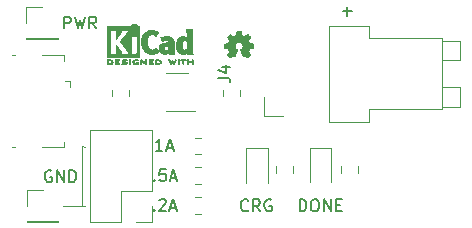
<source format=gbr>
G04 #@! TF.GenerationSoftware,KiCad,Pcbnew,(5.1.4)-1*
G04 #@! TF.CreationDate,2019-09-20T01:57:43+03:00*
G04 #@! TF.ProjectId,Simple_BMS,53696d70-6c65-45f4-924d-532e6b696361,rev?*
G04 #@! TF.SameCoordinates,Original*
G04 #@! TF.FileFunction,Legend,Top*
G04 #@! TF.FilePolarity,Positive*
%FSLAX46Y46*%
G04 Gerber Fmt 4.6, Leading zero omitted, Abs format (unit mm)*
G04 Created by KiCad (PCBNEW (5.1.4)-1) date 2019-09-20 01:57:43*
%MOMM*%
%LPD*%
G04 APERTURE LIST*
%ADD10C,0.120000*%
%ADD11C,0.150000*%
%ADD12C,0.010000*%
G04 APERTURE END LIST*
D10*
X102641400Y-95072200D02*
X101041200Y-95072200D01*
X102641400Y-89992200D02*
X102920800Y-90017600D01*
X102641400Y-95072200D02*
X102895400Y-95072200D01*
X102641400Y-89992200D02*
X102641400Y-95072200D01*
D11*
X121097895Y-95473780D02*
X121097895Y-94473780D01*
X121335990Y-94473780D01*
X121478847Y-94521400D01*
X121574085Y-94616638D01*
X121621704Y-94711876D01*
X121669323Y-94902352D01*
X121669323Y-95045209D01*
X121621704Y-95235685D01*
X121574085Y-95330923D01*
X121478847Y-95426161D01*
X121335990Y-95473780D01*
X121097895Y-95473780D01*
X122288371Y-94473780D02*
X122478847Y-94473780D01*
X122574085Y-94521400D01*
X122669323Y-94616638D01*
X122716942Y-94807114D01*
X122716942Y-95140447D01*
X122669323Y-95330923D01*
X122574085Y-95426161D01*
X122478847Y-95473780D01*
X122288371Y-95473780D01*
X122193133Y-95426161D01*
X122097895Y-95330923D01*
X122050276Y-95140447D01*
X122050276Y-94807114D01*
X122097895Y-94616638D01*
X122193133Y-94521400D01*
X122288371Y-94473780D01*
X123145514Y-95473780D02*
X123145514Y-94473780D01*
X123716942Y-95473780D01*
X123716942Y-94473780D01*
X124193133Y-94949971D02*
X124526466Y-94949971D01*
X124669323Y-95473780D02*
X124193133Y-95473780D01*
X124193133Y-94473780D01*
X124669323Y-94473780D01*
X116733723Y-95378542D02*
X116686104Y-95426161D01*
X116543247Y-95473780D01*
X116448009Y-95473780D01*
X116305152Y-95426161D01*
X116209914Y-95330923D01*
X116162295Y-95235685D01*
X116114676Y-95045209D01*
X116114676Y-94902352D01*
X116162295Y-94711876D01*
X116209914Y-94616638D01*
X116305152Y-94521400D01*
X116448009Y-94473780D01*
X116543247Y-94473780D01*
X116686104Y-94521400D01*
X116733723Y-94569019D01*
X117733723Y-95473780D02*
X117400390Y-94997590D01*
X117162295Y-95473780D02*
X117162295Y-94473780D01*
X117543247Y-94473780D01*
X117638485Y-94521400D01*
X117686104Y-94569019D01*
X117733723Y-94664257D01*
X117733723Y-94807114D01*
X117686104Y-94902352D01*
X117638485Y-94949971D01*
X117543247Y-94997590D01*
X117162295Y-94997590D01*
X118686104Y-94521400D02*
X118590866Y-94473780D01*
X118448009Y-94473780D01*
X118305152Y-94521400D01*
X118209914Y-94616638D01*
X118162295Y-94711876D01*
X118114676Y-94902352D01*
X118114676Y-95045209D01*
X118162295Y-95235685D01*
X118209914Y-95330923D01*
X118305152Y-95426161D01*
X118448009Y-95473780D01*
X118543247Y-95473780D01*
X118686104Y-95426161D01*
X118733723Y-95378542D01*
X118733723Y-95045209D01*
X118543247Y-95045209D01*
X124764847Y-78532028D02*
X125526752Y-78532028D01*
X125145800Y-78912980D02*
X125145800Y-78151076D01*
X101155666Y-80005180D02*
X101155666Y-79005180D01*
X101536619Y-79005180D01*
X101631857Y-79052800D01*
X101679476Y-79100419D01*
X101727095Y-79195657D01*
X101727095Y-79338514D01*
X101679476Y-79433752D01*
X101631857Y-79481371D01*
X101536619Y-79528990D01*
X101155666Y-79528990D01*
X102060428Y-79005180D02*
X102298523Y-80005180D01*
X102489000Y-79290895D01*
X102679476Y-80005180D01*
X102917571Y-79005180D01*
X103869952Y-80005180D02*
X103536619Y-79528990D01*
X103298523Y-80005180D02*
X103298523Y-79005180D01*
X103679476Y-79005180D01*
X103774714Y-79052800D01*
X103822333Y-79100419D01*
X103869952Y-79195657D01*
X103869952Y-79338514D01*
X103822333Y-79433752D01*
X103774714Y-79481371D01*
X103679476Y-79528990D01*
X103298523Y-79528990D01*
X100076095Y-92057600D02*
X99980857Y-92009980D01*
X99838000Y-92009980D01*
X99695142Y-92057600D01*
X99599904Y-92152838D01*
X99552285Y-92248076D01*
X99504666Y-92438552D01*
X99504666Y-92581409D01*
X99552285Y-92771885D01*
X99599904Y-92867123D01*
X99695142Y-92962361D01*
X99838000Y-93009980D01*
X99933238Y-93009980D01*
X100076095Y-92962361D01*
X100123714Y-92914742D01*
X100123714Y-92581409D01*
X99933238Y-92581409D01*
X100552285Y-93009980D02*
X100552285Y-92009980D01*
X101123714Y-93009980D01*
X101123714Y-92009980D01*
X101599904Y-93009980D02*
X101599904Y-92009980D01*
X101838000Y-92009980D01*
X101980857Y-92057600D01*
X102076095Y-92152838D01*
X102123714Y-92248076D01*
X102171333Y-92438552D01*
X102171333Y-92581409D01*
X102123714Y-92771885D01*
X102076095Y-92867123D01*
X101980857Y-92962361D01*
X101838000Y-93009980D01*
X101599904Y-93009980D01*
X108772438Y-95353142D02*
X108820057Y-95400761D01*
X108772438Y-95448380D01*
X108724819Y-95400761D01*
X108772438Y-95353142D01*
X108772438Y-95448380D01*
X109201009Y-94543619D02*
X109248628Y-94496000D01*
X109343866Y-94448380D01*
X109581961Y-94448380D01*
X109677200Y-94496000D01*
X109724819Y-94543619D01*
X109772438Y-94638857D01*
X109772438Y-94734095D01*
X109724819Y-94876952D01*
X109153390Y-95448380D01*
X109772438Y-95448380D01*
X110153390Y-95162666D02*
X110629580Y-95162666D01*
X110058152Y-95448380D02*
X110391485Y-94448380D01*
X110724819Y-95448380D01*
X108797838Y-92813142D02*
X108845457Y-92860761D01*
X108797838Y-92908380D01*
X108750219Y-92860761D01*
X108797838Y-92813142D01*
X108797838Y-92908380D01*
X109750219Y-91908380D02*
X109274028Y-91908380D01*
X109226409Y-92384571D01*
X109274028Y-92336952D01*
X109369266Y-92289333D01*
X109607361Y-92289333D01*
X109702600Y-92336952D01*
X109750219Y-92384571D01*
X109797838Y-92479809D01*
X109797838Y-92717904D01*
X109750219Y-92813142D01*
X109702600Y-92860761D01*
X109607361Y-92908380D01*
X109369266Y-92908380D01*
X109274028Y-92860761D01*
X109226409Y-92813142D01*
X110178790Y-92622666D02*
X110654980Y-92622666D01*
X110083552Y-92908380D02*
X110416885Y-91908380D01*
X110750219Y-92908380D01*
X109483542Y-90368380D02*
X108912114Y-90368380D01*
X109197828Y-90368380D02*
X109197828Y-89368380D01*
X109102590Y-89511238D01*
X109007352Y-89606476D01*
X108912114Y-89654095D01*
X109864495Y-90082666D02*
X110340685Y-90082666D01*
X109769257Y-90368380D02*
X110102590Y-89368380D01*
X110435923Y-90368380D01*
D12*
G36*
X107114015Y-79594907D02*
G01*
X107136236Y-79599930D01*
X107176390Y-79612886D01*
X107210454Y-79630373D01*
X107241924Y-79654358D01*
X107255378Y-79667011D01*
X107287030Y-79704744D01*
X107310386Y-79746298D01*
X107325550Y-79790482D01*
X107332627Y-79836108D01*
X107331722Y-79881985D01*
X107322938Y-79926923D01*
X107306382Y-79969731D01*
X107282157Y-80009220D01*
X107250368Y-80044199D01*
X107220147Y-80067747D01*
X107175557Y-80091993D01*
X107128434Y-80107623D01*
X107080264Y-80114339D01*
X107032535Y-80111841D01*
X107016360Y-80108769D01*
X106968490Y-80092957D01*
X106925098Y-80068769D01*
X106887135Y-80037104D01*
X106855549Y-79998859D01*
X106831292Y-79954932D01*
X106819633Y-79922839D01*
X106815470Y-79902766D01*
X106812662Y-79877372D01*
X106811719Y-79853047D01*
X106816243Y-79801744D01*
X106829852Y-79754425D01*
X106852594Y-79710965D01*
X106884522Y-79671241D01*
X106888679Y-79667012D01*
X106919644Y-79639927D01*
X106952093Y-79619953D01*
X106989346Y-79605225D01*
X107008100Y-79599930D01*
X107045451Y-79592446D01*
X107079256Y-79590771D01*
X107114015Y-79594907D01*
X107114015Y-79594907D01*
G37*
X107114015Y-79594907D02*
X107136236Y-79599930D01*
X107176390Y-79612886D01*
X107210454Y-79630373D01*
X107241924Y-79654358D01*
X107255378Y-79667011D01*
X107287030Y-79704744D01*
X107310386Y-79746298D01*
X107325550Y-79790482D01*
X107332627Y-79836108D01*
X107331722Y-79881985D01*
X107322938Y-79926923D01*
X107306382Y-79969731D01*
X107282157Y-80009220D01*
X107250368Y-80044199D01*
X107220147Y-80067747D01*
X107175557Y-80091993D01*
X107128434Y-80107623D01*
X107080264Y-80114339D01*
X107032535Y-80111841D01*
X107016360Y-80108769D01*
X106968490Y-80092957D01*
X106925098Y-80068769D01*
X106887135Y-80037104D01*
X106855549Y-79998859D01*
X106831292Y-79954932D01*
X106819633Y-79922839D01*
X106815470Y-79902766D01*
X106812662Y-79877372D01*
X106811719Y-79853047D01*
X106816243Y-79801744D01*
X106829852Y-79754425D01*
X106852594Y-79710965D01*
X106884522Y-79671241D01*
X106888679Y-79667012D01*
X106919644Y-79639927D01*
X106952093Y-79619953D01*
X106989346Y-79605225D01*
X107008100Y-79599930D01*
X107045451Y-79592446D01*
X107079256Y-79590771D01*
X107114015Y-79594907D01*
G36*
X111987317Y-81012666D02*
G01*
X111987565Y-81130759D01*
X111987786Y-81239352D01*
X111987992Y-81338865D01*
X111988198Y-81429720D01*
X111988417Y-81512338D01*
X111988664Y-81587140D01*
X111988953Y-81654547D01*
X111989296Y-81714981D01*
X111989708Y-81768863D01*
X111990203Y-81816613D01*
X111990795Y-81858653D01*
X111991496Y-81895405D01*
X111992323Y-81927289D01*
X111993287Y-81954726D01*
X111994403Y-81978138D01*
X111995685Y-81997946D01*
X111997146Y-82014571D01*
X111998801Y-82028435D01*
X112000663Y-82039958D01*
X112002746Y-82049561D01*
X112005063Y-82057667D01*
X112007630Y-82064695D01*
X112010459Y-82071067D01*
X112013564Y-82077205D01*
X112016960Y-82083529D01*
X112020659Y-82090461D01*
X112022847Y-82094722D01*
X112040672Y-82130117D01*
X111549414Y-82130117D01*
X111549414Y-82078854D01*
X111549143Y-82057258D01*
X111548412Y-82039542D01*
X111547343Y-82027934D01*
X111546444Y-82024621D01*
X111541434Y-82026067D01*
X111530106Y-82032255D01*
X111514216Y-82042156D01*
X111498075Y-82052970D01*
X111449432Y-82084269D01*
X111403843Y-82108363D01*
X111358685Y-82126183D01*
X111311334Y-82138662D01*
X111259168Y-82146731D01*
X111225693Y-82149757D01*
X111200273Y-82151527D01*
X111178556Y-82152943D01*
X111162375Y-82153890D01*
X111153566Y-82154258D01*
X111152539Y-82154224D01*
X111146779Y-82153422D01*
X111133683Y-82151827D01*
X111115774Y-82149742D01*
X111110371Y-82149127D01*
X111043118Y-82136582D01*
X110978644Y-82114653D01*
X110917517Y-82083626D01*
X110860308Y-82043789D01*
X110808917Y-81996817D01*
X110762081Y-81942552D01*
X110722640Y-81884198D01*
X110689676Y-81820198D01*
X110662268Y-81748998D01*
X110661934Y-81747987D01*
X110650081Y-81709856D01*
X110640908Y-81674646D01*
X110634050Y-81639970D01*
X110629141Y-81603445D01*
X110625814Y-81562686D01*
X110623704Y-81515308D01*
X110623152Y-81495387D01*
X110623224Y-81454479D01*
X111098600Y-81454479D01*
X111098703Y-81496164D01*
X111099787Y-81531013D01*
X111101985Y-81560556D01*
X111105432Y-81586325D01*
X111110265Y-81609848D01*
X111116616Y-81632657D01*
X111120494Y-81644536D01*
X111140616Y-81692290D01*
X111165512Y-81731373D01*
X111195112Y-81761743D01*
X111229348Y-81783362D01*
X111268151Y-81796190D01*
X111311453Y-81800187D01*
X111359185Y-81795314D01*
X111375781Y-81791780D01*
X111399095Y-81784467D01*
X111427295Y-81772958D01*
X111457134Y-81758740D01*
X111485366Y-81743299D01*
X111496365Y-81736550D01*
X111524609Y-81718482D01*
X111524609Y-81055363D01*
X111487531Y-81034148D01*
X111437690Y-81009719D01*
X111389002Y-80993937D01*
X111342256Y-80986976D01*
X111298242Y-80989006D01*
X111288493Y-80990783D01*
X111250268Y-81002545D01*
X111217164Y-81021024D01*
X111188676Y-81046791D01*
X111164301Y-81080413D01*
X111143532Y-81122461D01*
X111125867Y-81173505D01*
X111125470Y-81174870D01*
X111118586Y-81199608D01*
X111113134Y-81222087D01*
X111108912Y-81244064D01*
X111105722Y-81267297D01*
X111103363Y-81293544D01*
X111101635Y-81324562D01*
X111100338Y-81362110D01*
X111099343Y-81404428D01*
X111098600Y-81454479D01*
X110623224Y-81454479D01*
X110623343Y-81387144D01*
X110629403Y-81286591D01*
X110641409Y-81193364D01*
X110659443Y-81107093D01*
X110683584Y-81027414D01*
X110713912Y-80953958D01*
X110750506Y-80886359D01*
X110758038Y-80874358D01*
X110777935Y-80847073D01*
X110803551Y-80817441D01*
X110832699Y-80787572D01*
X110863197Y-80759578D01*
X110892858Y-80735571D01*
X110919498Y-80717662D01*
X110921144Y-80716720D01*
X110965091Y-80695144D01*
X111013998Y-80676659D01*
X111063502Y-80662761D01*
X111096768Y-80656477D01*
X111124472Y-80654064D01*
X111159264Y-80653393D01*
X111198494Y-80654309D01*
X111239512Y-80656654D01*
X111279666Y-80660272D01*
X111316307Y-80665008D01*
X111346783Y-80670704D01*
X111349688Y-80671393D01*
X111398188Y-80687202D01*
X111446336Y-80710313D01*
X111482426Y-80733188D01*
X111496444Y-80742612D01*
X111507732Y-80749061D01*
X111513008Y-80750976D01*
X111516089Y-80748482D01*
X111518647Y-80740644D01*
X111520699Y-80726931D01*
X111522263Y-80706811D01*
X111523356Y-80679753D01*
X111523996Y-80645226D01*
X111524199Y-80602698D01*
X111523984Y-80551637D01*
X111523368Y-80491511D01*
X111522812Y-80450839D01*
X111521746Y-80383742D01*
X111520603Y-80325737D01*
X111519293Y-80275995D01*
X111517726Y-80233686D01*
X111515811Y-80197980D01*
X111513460Y-80168048D01*
X111510583Y-80143061D01*
X111507088Y-80122188D01*
X111502888Y-80104601D01*
X111497891Y-80089469D01*
X111492009Y-80075962D01*
X111485151Y-80063253D01*
X111479910Y-80054684D01*
X111465297Y-80031640D01*
X111985190Y-80031640D01*
X111987317Y-81012666D01*
X111987317Y-81012666D01*
G37*
X111987317Y-81012666D02*
X111987565Y-81130759D01*
X111987786Y-81239352D01*
X111987992Y-81338865D01*
X111988198Y-81429720D01*
X111988417Y-81512338D01*
X111988664Y-81587140D01*
X111988953Y-81654547D01*
X111989296Y-81714981D01*
X111989708Y-81768863D01*
X111990203Y-81816613D01*
X111990795Y-81858653D01*
X111991496Y-81895405D01*
X111992323Y-81927289D01*
X111993287Y-81954726D01*
X111994403Y-81978138D01*
X111995685Y-81997946D01*
X111997146Y-82014571D01*
X111998801Y-82028435D01*
X112000663Y-82039958D01*
X112002746Y-82049561D01*
X112005063Y-82057667D01*
X112007630Y-82064695D01*
X112010459Y-82071067D01*
X112013564Y-82077205D01*
X112016960Y-82083529D01*
X112020659Y-82090461D01*
X112022847Y-82094722D01*
X112040672Y-82130117D01*
X111549414Y-82130117D01*
X111549414Y-82078854D01*
X111549143Y-82057258D01*
X111548412Y-82039542D01*
X111547343Y-82027934D01*
X111546444Y-82024621D01*
X111541434Y-82026067D01*
X111530106Y-82032255D01*
X111514216Y-82042156D01*
X111498075Y-82052970D01*
X111449432Y-82084269D01*
X111403843Y-82108363D01*
X111358685Y-82126183D01*
X111311334Y-82138662D01*
X111259168Y-82146731D01*
X111225693Y-82149757D01*
X111200273Y-82151527D01*
X111178556Y-82152943D01*
X111162375Y-82153890D01*
X111153566Y-82154258D01*
X111152539Y-82154224D01*
X111146779Y-82153422D01*
X111133683Y-82151827D01*
X111115774Y-82149742D01*
X111110371Y-82149127D01*
X111043118Y-82136582D01*
X110978644Y-82114653D01*
X110917517Y-82083626D01*
X110860308Y-82043789D01*
X110808917Y-81996817D01*
X110762081Y-81942552D01*
X110722640Y-81884198D01*
X110689676Y-81820198D01*
X110662268Y-81748998D01*
X110661934Y-81747987D01*
X110650081Y-81709856D01*
X110640908Y-81674646D01*
X110634050Y-81639970D01*
X110629141Y-81603445D01*
X110625814Y-81562686D01*
X110623704Y-81515308D01*
X110623152Y-81495387D01*
X110623224Y-81454479D01*
X111098600Y-81454479D01*
X111098703Y-81496164D01*
X111099787Y-81531013D01*
X111101985Y-81560556D01*
X111105432Y-81586325D01*
X111110265Y-81609848D01*
X111116616Y-81632657D01*
X111120494Y-81644536D01*
X111140616Y-81692290D01*
X111165512Y-81731373D01*
X111195112Y-81761743D01*
X111229348Y-81783362D01*
X111268151Y-81796190D01*
X111311453Y-81800187D01*
X111359185Y-81795314D01*
X111375781Y-81791780D01*
X111399095Y-81784467D01*
X111427295Y-81772958D01*
X111457134Y-81758740D01*
X111485366Y-81743299D01*
X111496365Y-81736550D01*
X111524609Y-81718482D01*
X111524609Y-81055363D01*
X111487531Y-81034148D01*
X111437690Y-81009719D01*
X111389002Y-80993937D01*
X111342256Y-80986976D01*
X111298242Y-80989006D01*
X111288493Y-80990783D01*
X111250268Y-81002545D01*
X111217164Y-81021024D01*
X111188676Y-81046791D01*
X111164301Y-81080413D01*
X111143532Y-81122461D01*
X111125867Y-81173505D01*
X111125470Y-81174870D01*
X111118586Y-81199608D01*
X111113134Y-81222087D01*
X111108912Y-81244064D01*
X111105722Y-81267297D01*
X111103363Y-81293544D01*
X111101635Y-81324562D01*
X111100338Y-81362110D01*
X111099343Y-81404428D01*
X111098600Y-81454479D01*
X110623224Y-81454479D01*
X110623343Y-81387144D01*
X110629403Y-81286591D01*
X110641409Y-81193364D01*
X110659443Y-81107093D01*
X110683584Y-81027414D01*
X110713912Y-80953958D01*
X110750506Y-80886359D01*
X110758038Y-80874358D01*
X110777935Y-80847073D01*
X110803551Y-80817441D01*
X110832699Y-80787572D01*
X110863197Y-80759578D01*
X110892858Y-80735571D01*
X110919498Y-80717662D01*
X110921144Y-80716720D01*
X110965091Y-80695144D01*
X111013998Y-80676659D01*
X111063502Y-80662761D01*
X111096768Y-80656477D01*
X111124472Y-80654064D01*
X111159264Y-80653393D01*
X111198494Y-80654309D01*
X111239512Y-80656654D01*
X111279666Y-80660272D01*
X111316307Y-80665008D01*
X111346783Y-80670704D01*
X111349688Y-80671393D01*
X111398188Y-80687202D01*
X111446336Y-80710313D01*
X111482426Y-80733188D01*
X111496444Y-80742612D01*
X111507732Y-80749061D01*
X111513008Y-80750976D01*
X111516089Y-80748482D01*
X111518647Y-80740644D01*
X111520699Y-80726931D01*
X111522263Y-80706811D01*
X111523356Y-80679753D01*
X111523996Y-80645226D01*
X111524199Y-80602698D01*
X111523984Y-80551637D01*
X111523368Y-80491511D01*
X111522812Y-80450839D01*
X111521746Y-80383742D01*
X111520603Y-80325737D01*
X111519293Y-80275995D01*
X111517726Y-80233686D01*
X111515811Y-80197980D01*
X111513460Y-80168048D01*
X111510583Y-80143061D01*
X111507088Y-80122188D01*
X111502888Y-80104601D01*
X111497891Y-80089469D01*
X111492009Y-80075962D01*
X111485151Y-80063253D01*
X111479910Y-80054684D01*
X111465297Y-80031640D01*
X111985190Y-80031640D01*
X111987317Y-81012666D01*
G36*
X109880344Y-80650653D02*
G01*
X109916523Y-80652210D01*
X109996413Y-80659061D01*
X110068315Y-80671093D01*
X110132819Y-80688494D01*
X110190511Y-80711455D01*
X110241981Y-80740165D01*
X110282345Y-80770126D01*
X110324116Y-80811229D01*
X110359152Y-80858734D01*
X110387824Y-80913235D01*
X110410173Y-80974218D01*
X110415194Y-80991283D01*
X110419665Y-81007740D01*
X110423627Y-81024268D01*
X110427121Y-81041544D01*
X110430188Y-81060248D01*
X110432870Y-81081057D01*
X110435207Y-81104651D01*
X110437242Y-81131707D01*
X110439014Y-81162903D01*
X110440565Y-81198918D01*
X110441937Y-81240431D01*
X110443171Y-81288119D01*
X110444307Y-81342661D01*
X110445388Y-81404735D01*
X110446454Y-81475020D01*
X110447546Y-81554194D01*
X110448140Y-81599297D01*
X110448990Y-81660299D01*
X110449916Y-81719391D01*
X110450898Y-81775672D01*
X110451916Y-81828241D01*
X110452950Y-81876197D01*
X110453978Y-81918639D01*
X110454981Y-81954665D01*
X110455938Y-81983374D01*
X110456829Y-82003866D01*
X110457550Y-82014467D01*
X110460633Y-82039285D01*
X110464772Y-82058089D01*
X110471095Y-82074789D01*
X110479912Y-82091830D01*
X110497686Y-82123613D01*
X110426997Y-82126847D01*
X110404300Y-82127645D01*
X110373547Y-82128374D01*
X110336605Y-82129006D01*
X110295340Y-82129517D01*
X110251617Y-82129882D01*
X110207304Y-82130075D01*
X110187114Y-82130099D01*
X110017919Y-82130117D01*
X110014757Y-82096630D01*
X110013077Y-82076062D01*
X110011916Y-82056545D01*
X110011559Y-82044541D01*
X110010655Y-82032577D01*
X110008459Y-82026240D01*
X110007786Y-82025937D01*
X110002435Y-82028658D01*
X109990925Y-82036009D01*
X109975111Y-82046770D01*
X109961897Y-82056092D01*
X109902487Y-82093590D01*
X109842646Y-82121437D01*
X109782609Y-82139543D01*
X109726477Y-82147581D01*
X109691773Y-82149804D01*
X109664939Y-82151288D01*
X109643953Y-82152061D01*
X109626795Y-82152155D01*
X109611442Y-82151597D01*
X109595873Y-82150418D01*
X109587363Y-82149604D01*
X109541967Y-82142153D01*
X109493215Y-82129096D01*
X109444069Y-82111552D01*
X109397493Y-82090642D01*
X109356449Y-82067484D01*
X109339733Y-82056010D01*
X109289671Y-82013012D01*
X109246984Y-81963730D01*
X109211969Y-81908836D01*
X109184922Y-81849001D01*
X109166142Y-81784894D01*
X109155924Y-81717187D01*
X109154865Y-81662049D01*
X109595193Y-81662049D01*
X109595241Y-81688023D01*
X109597218Y-81711105D01*
X109599558Y-81722597D01*
X109610778Y-81746667D01*
X109629515Y-81770623D01*
X109653559Y-81792412D01*
X109680696Y-81809980D01*
X109704532Y-81820057D01*
X109720337Y-81823231D01*
X109743644Y-81825597D01*
X109772054Y-81826945D01*
X109786467Y-81827168D01*
X109846664Y-81827500D01*
X109887460Y-81807080D01*
X109923515Y-81785793D01*
X109954045Y-81760156D01*
X109957735Y-81756441D01*
X109987214Y-81726221D01*
X109985726Y-81610481D01*
X109985148Y-81572663D01*
X109984451Y-81543616D01*
X109983550Y-81522192D01*
X109982359Y-81507240D01*
X109980794Y-81497611D01*
X109978770Y-81492155D01*
X109976797Y-81490044D01*
X109967667Y-81487655D01*
X109950408Y-81486141D01*
X109926776Y-81485497D01*
X109898523Y-81485717D01*
X109867406Y-81486797D01*
X109835178Y-81488731D01*
X109813473Y-81490537D01*
X109764258Y-81497508D01*
X109722560Y-81508904D01*
X109686669Y-81525494D01*
X109654880Y-81548047D01*
X109628631Y-81573782D01*
X109615937Y-81589946D01*
X109605561Y-81606790D01*
X109600702Y-81617970D01*
X109597028Y-81637319D01*
X109595193Y-81662049D01*
X109154865Y-81662049D01*
X109154567Y-81646551D01*
X109154951Y-81638984D01*
X109162981Y-81573805D01*
X109179219Y-81513314D01*
X109203475Y-81458076D01*
X109230200Y-81415752D01*
X109244966Y-81397849D01*
X109264961Y-81376519D01*
X109287687Y-81354167D01*
X109310642Y-81333198D01*
X109331328Y-81316017D01*
X109341797Y-81308402D01*
X109392231Y-81277761D01*
X109445007Y-81251971D01*
X109501128Y-81230800D01*
X109561597Y-81214015D01*
X109627417Y-81201385D01*
X109699590Y-81192675D01*
X109779118Y-81187655D01*
X109867006Y-81186090D01*
X109869230Y-81186093D01*
X109997307Y-81186320D01*
X109994150Y-81165845D01*
X109983322Y-81113176D01*
X109968293Y-81069163D01*
X109948807Y-81033358D01*
X109924606Y-81005315D01*
X109895436Y-80984586D01*
X109888301Y-80980950D01*
X109873869Y-80974702D01*
X109859853Y-80970501D01*
X109843386Y-80967809D01*
X109821603Y-80966091D01*
X109804580Y-80965297D01*
X109767848Y-80964966D01*
X109731890Y-80967228D01*
X109695085Y-80972428D01*
X109655813Y-80980910D01*
X109612451Y-80993018D01*
X109563379Y-81009096D01*
X109513372Y-81027104D01*
X109490429Y-81035236D01*
X109470491Y-81041571D01*
X109455568Y-81045521D01*
X109447669Y-81046499D01*
X109447338Y-81046409D01*
X109442366Y-81040980D01*
X109434713Y-81028586D01*
X109425632Y-81011369D01*
X109420408Y-81000454D01*
X109410621Y-80978783D01*
X109399152Y-80952597D01*
X109386588Y-80923325D01*
X109373520Y-80892395D01*
X109360538Y-80861239D01*
X109348229Y-80831285D01*
X109337185Y-80803963D01*
X109327994Y-80780703D01*
X109321246Y-80762935D01*
X109317531Y-80752087D01*
X109316992Y-80749632D01*
X109320831Y-80744888D01*
X109332919Y-80740582D01*
X109352959Y-80736594D01*
X109367800Y-80733827D01*
X109390510Y-80729174D01*
X109419301Y-80723022D01*
X109452381Y-80715759D01*
X109487964Y-80707769D01*
X109515430Y-80701484D01*
X109575230Y-80687890D01*
X109626878Y-80676692D01*
X109671805Y-80667715D01*
X109711442Y-80660783D01*
X109747219Y-80655721D01*
X109780567Y-80652353D01*
X109812916Y-80650503D01*
X109845699Y-80649994D01*
X109880344Y-80650653D01*
X109880344Y-80650653D01*
G37*
X109880344Y-80650653D02*
X109916523Y-80652210D01*
X109996413Y-80659061D01*
X110068315Y-80671093D01*
X110132819Y-80688494D01*
X110190511Y-80711455D01*
X110241981Y-80740165D01*
X110282345Y-80770126D01*
X110324116Y-80811229D01*
X110359152Y-80858734D01*
X110387824Y-80913235D01*
X110410173Y-80974218D01*
X110415194Y-80991283D01*
X110419665Y-81007740D01*
X110423627Y-81024268D01*
X110427121Y-81041544D01*
X110430188Y-81060248D01*
X110432870Y-81081057D01*
X110435207Y-81104651D01*
X110437242Y-81131707D01*
X110439014Y-81162903D01*
X110440565Y-81198918D01*
X110441937Y-81240431D01*
X110443171Y-81288119D01*
X110444307Y-81342661D01*
X110445388Y-81404735D01*
X110446454Y-81475020D01*
X110447546Y-81554194D01*
X110448140Y-81599297D01*
X110448990Y-81660299D01*
X110449916Y-81719391D01*
X110450898Y-81775672D01*
X110451916Y-81828241D01*
X110452950Y-81876197D01*
X110453978Y-81918639D01*
X110454981Y-81954665D01*
X110455938Y-81983374D01*
X110456829Y-82003866D01*
X110457550Y-82014467D01*
X110460633Y-82039285D01*
X110464772Y-82058089D01*
X110471095Y-82074789D01*
X110479912Y-82091830D01*
X110497686Y-82123613D01*
X110426997Y-82126847D01*
X110404300Y-82127645D01*
X110373547Y-82128374D01*
X110336605Y-82129006D01*
X110295340Y-82129517D01*
X110251617Y-82129882D01*
X110207304Y-82130075D01*
X110187114Y-82130099D01*
X110017919Y-82130117D01*
X110014757Y-82096630D01*
X110013077Y-82076062D01*
X110011916Y-82056545D01*
X110011559Y-82044541D01*
X110010655Y-82032577D01*
X110008459Y-82026240D01*
X110007786Y-82025937D01*
X110002435Y-82028658D01*
X109990925Y-82036009D01*
X109975111Y-82046770D01*
X109961897Y-82056092D01*
X109902487Y-82093590D01*
X109842646Y-82121437D01*
X109782609Y-82139543D01*
X109726477Y-82147581D01*
X109691773Y-82149804D01*
X109664939Y-82151288D01*
X109643953Y-82152061D01*
X109626795Y-82152155D01*
X109611442Y-82151597D01*
X109595873Y-82150418D01*
X109587363Y-82149604D01*
X109541967Y-82142153D01*
X109493215Y-82129096D01*
X109444069Y-82111552D01*
X109397493Y-82090642D01*
X109356449Y-82067484D01*
X109339733Y-82056010D01*
X109289671Y-82013012D01*
X109246984Y-81963730D01*
X109211969Y-81908836D01*
X109184922Y-81849001D01*
X109166142Y-81784894D01*
X109155924Y-81717187D01*
X109154865Y-81662049D01*
X109595193Y-81662049D01*
X109595241Y-81688023D01*
X109597218Y-81711105D01*
X109599558Y-81722597D01*
X109610778Y-81746667D01*
X109629515Y-81770623D01*
X109653559Y-81792412D01*
X109680696Y-81809980D01*
X109704532Y-81820057D01*
X109720337Y-81823231D01*
X109743644Y-81825597D01*
X109772054Y-81826945D01*
X109786467Y-81827168D01*
X109846664Y-81827500D01*
X109887460Y-81807080D01*
X109923515Y-81785793D01*
X109954045Y-81760156D01*
X109957735Y-81756441D01*
X109987214Y-81726221D01*
X109985726Y-81610481D01*
X109985148Y-81572663D01*
X109984451Y-81543616D01*
X109983550Y-81522192D01*
X109982359Y-81507240D01*
X109980794Y-81497611D01*
X109978770Y-81492155D01*
X109976797Y-81490044D01*
X109967667Y-81487655D01*
X109950408Y-81486141D01*
X109926776Y-81485497D01*
X109898523Y-81485717D01*
X109867406Y-81486797D01*
X109835178Y-81488731D01*
X109813473Y-81490537D01*
X109764258Y-81497508D01*
X109722560Y-81508904D01*
X109686669Y-81525494D01*
X109654880Y-81548047D01*
X109628631Y-81573782D01*
X109615937Y-81589946D01*
X109605561Y-81606790D01*
X109600702Y-81617970D01*
X109597028Y-81637319D01*
X109595193Y-81662049D01*
X109154865Y-81662049D01*
X109154567Y-81646551D01*
X109154951Y-81638984D01*
X109162981Y-81573805D01*
X109179219Y-81513314D01*
X109203475Y-81458076D01*
X109230200Y-81415752D01*
X109244966Y-81397849D01*
X109264961Y-81376519D01*
X109287687Y-81354167D01*
X109310642Y-81333198D01*
X109331328Y-81316017D01*
X109341797Y-81308402D01*
X109392231Y-81277761D01*
X109445007Y-81251971D01*
X109501128Y-81230800D01*
X109561597Y-81214015D01*
X109627417Y-81201385D01*
X109699590Y-81192675D01*
X109779118Y-81187655D01*
X109867006Y-81186090D01*
X109869230Y-81186093D01*
X109997307Y-81186320D01*
X109994150Y-81165845D01*
X109983322Y-81113176D01*
X109968293Y-81069163D01*
X109948807Y-81033358D01*
X109924606Y-81005315D01*
X109895436Y-80984586D01*
X109888301Y-80980950D01*
X109873869Y-80974702D01*
X109859853Y-80970501D01*
X109843386Y-80967809D01*
X109821603Y-80966091D01*
X109804580Y-80965297D01*
X109767848Y-80964966D01*
X109731890Y-80967228D01*
X109695085Y-80972428D01*
X109655813Y-80980910D01*
X109612451Y-80993018D01*
X109563379Y-81009096D01*
X109513372Y-81027104D01*
X109490429Y-81035236D01*
X109470491Y-81041571D01*
X109455568Y-81045521D01*
X109447669Y-81046499D01*
X109447338Y-81046409D01*
X109442366Y-81040980D01*
X109434713Y-81028586D01*
X109425632Y-81011369D01*
X109420408Y-81000454D01*
X109410621Y-80978783D01*
X109399152Y-80952597D01*
X109386588Y-80923325D01*
X109373520Y-80892395D01*
X109360538Y-80861239D01*
X109348229Y-80831285D01*
X109337185Y-80803963D01*
X109327994Y-80780703D01*
X109321246Y-80762935D01*
X109317531Y-80752087D01*
X109316992Y-80749632D01*
X109320831Y-80744888D01*
X109332919Y-80740582D01*
X109352959Y-80736594D01*
X109367800Y-80733827D01*
X109390510Y-80729174D01*
X109419301Y-80723022D01*
X109452381Y-80715759D01*
X109487964Y-80707769D01*
X109515430Y-80701484D01*
X109575230Y-80687890D01*
X109626878Y-80676692D01*
X109671805Y-80667715D01*
X109711442Y-80660783D01*
X109747219Y-80655721D01*
X109780567Y-80652353D01*
X109812916Y-80650503D01*
X109845699Y-80649994D01*
X109880344Y-80650653D01*
G36*
X108605711Y-80124961D02*
G01*
X108615020Y-80125827D01*
X108661975Y-80131493D01*
X108706955Y-80138982D01*
X108751358Y-80148734D01*
X108796584Y-80161192D01*
X108844031Y-80176796D01*
X108895100Y-80195989D01*
X108951189Y-80219212D01*
X109013697Y-80246906D01*
X109046615Y-80262020D01*
X109069229Y-80272293D01*
X109088877Y-80280831D01*
X109103677Y-80286842D01*
X109111744Y-80289537D01*
X109112347Y-80289609D01*
X109118073Y-80293512D01*
X109118555Y-80295957D01*
X109115923Y-80301606D01*
X109108513Y-80314385D01*
X109097047Y-80333169D01*
X109082252Y-80356833D01*
X109064852Y-80384252D01*
X109045571Y-80414301D01*
X109025135Y-80445855D01*
X109004269Y-80477788D01*
X108983696Y-80508976D01*
X108964143Y-80538293D01*
X108946333Y-80564615D01*
X108933250Y-80583589D01*
X108917729Y-80604900D01*
X108905418Y-80619878D01*
X108897021Y-80627719D01*
X108893856Y-80628533D01*
X108887911Y-80624246D01*
X108875929Y-80615174D01*
X108859677Y-80602666D01*
X108841708Y-80588688D01*
X108810478Y-80566319D01*
X108776235Y-80545252D01*
X108741547Y-80526849D01*
X108708983Y-80512472D01*
X108681110Y-80503483D01*
X108681036Y-80503465D01*
X108662533Y-80500673D01*
X108636782Y-80498893D01*
X108606404Y-80498096D01*
X108574019Y-80498255D01*
X108542245Y-80499342D01*
X108513704Y-80501330D01*
X108491016Y-80504190D01*
X108484258Y-80505551D01*
X108432677Y-80522730D01*
X108384607Y-80548917D01*
X108340319Y-80583740D01*
X108300087Y-80626828D01*
X108264181Y-80677811D01*
X108232874Y-80736317D01*
X108206438Y-80801976D01*
X108185146Y-80874415D01*
X108173334Y-80929570D01*
X108170283Y-80951807D01*
X108167621Y-80982101D01*
X108165387Y-81018596D01*
X108163621Y-81059432D01*
X108162362Y-81102751D01*
X108161650Y-81146697D01*
X108161524Y-81189410D01*
X108162024Y-81229032D01*
X108163189Y-81263706D01*
X108165059Y-81291574D01*
X108165544Y-81296379D01*
X108178245Y-81379626D01*
X108197477Y-81455493D01*
X108223316Y-81524141D01*
X108255844Y-81585731D01*
X108295138Y-81640422D01*
X108341278Y-81688374D01*
X108371934Y-81713714D01*
X108420698Y-81744671D01*
X108473230Y-81766797D01*
X108528650Y-81780025D01*
X108586077Y-81784289D01*
X108644631Y-81779523D01*
X108703432Y-81765661D01*
X108760951Y-81742947D01*
X108827065Y-81706277D01*
X108889663Y-81661481D01*
X108906169Y-81647744D01*
X108939350Y-81619201D01*
X108978417Y-81682423D01*
X109005873Y-81727072D01*
X109032165Y-81770247D01*
X109056808Y-81811120D01*
X109079318Y-81848868D01*
X109099211Y-81882663D01*
X109116001Y-81911681D01*
X109129204Y-81935094D01*
X109138336Y-81952079D01*
X109142912Y-81961808D01*
X109143359Y-81963521D01*
X109142572Y-81967361D01*
X109139611Y-81971578D01*
X109133583Y-81976698D01*
X109123592Y-81983245D01*
X109108742Y-81991745D01*
X109088137Y-82002722D01*
X109060884Y-82016701D01*
X109026085Y-82034207D01*
X109003817Y-82045324D01*
X108953299Y-82069905D01*
X108909117Y-82089880D01*
X108869196Y-82105901D01*
X108831460Y-82118619D01*
X108793832Y-82128686D01*
X108754235Y-82136756D01*
X108710593Y-82143479D01*
X108678423Y-82147512D01*
X108633679Y-82151397D01*
X108582953Y-82153561D01*
X108530042Y-82153970D01*
X108478741Y-82152596D01*
X108433989Y-82149516D01*
X108355215Y-82137372D01*
X108276911Y-82116026D01*
X108198140Y-82085211D01*
X108181302Y-82077441D01*
X108103015Y-82034934D01*
X108030173Y-81984135D01*
X107962778Y-81925045D01*
X107900834Y-81857668D01*
X107844344Y-81782007D01*
X107793312Y-81698066D01*
X107776464Y-81666189D01*
X107741063Y-81586781D01*
X107712156Y-81501058D01*
X107689823Y-81410279D01*
X107674146Y-81315699D01*
X107665205Y-81218575D01*
X107663082Y-81120165D01*
X107667856Y-81021724D01*
X107679609Y-80924511D01*
X107698423Y-80829781D01*
X107718052Y-80758418D01*
X107749990Y-80672376D01*
X107790992Y-80589494D01*
X107840503Y-80510511D01*
X107897965Y-80436168D01*
X107962820Y-80367205D01*
X108034512Y-80304360D01*
X108091650Y-80262222D01*
X108155876Y-80223484D01*
X108226225Y-80190326D01*
X108300866Y-80163227D01*
X108377966Y-80142664D01*
X108455694Y-80129113D01*
X108532220Y-80123053D01*
X108605711Y-80124961D01*
X108605711Y-80124961D01*
G37*
X108605711Y-80124961D02*
X108615020Y-80125827D01*
X108661975Y-80131493D01*
X108706955Y-80138982D01*
X108751358Y-80148734D01*
X108796584Y-80161192D01*
X108844031Y-80176796D01*
X108895100Y-80195989D01*
X108951189Y-80219212D01*
X109013697Y-80246906D01*
X109046615Y-80262020D01*
X109069229Y-80272293D01*
X109088877Y-80280831D01*
X109103677Y-80286842D01*
X109111744Y-80289537D01*
X109112347Y-80289609D01*
X109118073Y-80293512D01*
X109118555Y-80295957D01*
X109115923Y-80301606D01*
X109108513Y-80314385D01*
X109097047Y-80333169D01*
X109082252Y-80356833D01*
X109064852Y-80384252D01*
X109045571Y-80414301D01*
X109025135Y-80445855D01*
X109004269Y-80477788D01*
X108983696Y-80508976D01*
X108964143Y-80538293D01*
X108946333Y-80564615D01*
X108933250Y-80583589D01*
X108917729Y-80604900D01*
X108905418Y-80619878D01*
X108897021Y-80627719D01*
X108893856Y-80628533D01*
X108887911Y-80624246D01*
X108875929Y-80615174D01*
X108859677Y-80602666D01*
X108841708Y-80588688D01*
X108810478Y-80566319D01*
X108776235Y-80545252D01*
X108741547Y-80526849D01*
X108708983Y-80512472D01*
X108681110Y-80503483D01*
X108681036Y-80503465D01*
X108662533Y-80500673D01*
X108636782Y-80498893D01*
X108606404Y-80498096D01*
X108574019Y-80498255D01*
X108542245Y-80499342D01*
X108513704Y-80501330D01*
X108491016Y-80504190D01*
X108484258Y-80505551D01*
X108432677Y-80522730D01*
X108384607Y-80548917D01*
X108340319Y-80583740D01*
X108300087Y-80626828D01*
X108264181Y-80677811D01*
X108232874Y-80736317D01*
X108206438Y-80801976D01*
X108185146Y-80874415D01*
X108173334Y-80929570D01*
X108170283Y-80951807D01*
X108167621Y-80982101D01*
X108165387Y-81018596D01*
X108163621Y-81059432D01*
X108162362Y-81102751D01*
X108161650Y-81146697D01*
X108161524Y-81189410D01*
X108162024Y-81229032D01*
X108163189Y-81263706D01*
X108165059Y-81291574D01*
X108165544Y-81296379D01*
X108178245Y-81379626D01*
X108197477Y-81455493D01*
X108223316Y-81524141D01*
X108255844Y-81585731D01*
X108295138Y-81640422D01*
X108341278Y-81688374D01*
X108371934Y-81713714D01*
X108420698Y-81744671D01*
X108473230Y-81766797D01*
X108528650Y-81780025D01*
X108586077Y-81784289D01*
X108644631Y-81779523D01*
X108703432Y-81765661D01*
X108760951Y-81742947D01*
X108827065Y-81706277D01*
X108889663Y-81661481D01*
X108906169Y-81647744D01*
X108939350Y-81619201D01*
X108978417Y-81682423D01*
X109005873Y-81727072D01*
X109032165Y-81770247D01*
X109056808Y-81811120D01*
X109079318Y-81848868D01*
X109099211Y-81882663D01*
X109116001Y-81911681D01*
X109129204Y-81935094D01*
X109138336Y-81952079D01*
X109142912Y-81961808D01*
X109143359Y-81963521D01*
X109142572Y-81967361D01*
X109139611Y-81971578D01*
X109133583Y-81976698D01*
X109123592Y-81983245D01*
X109108742Y-81991745D01*
X109088137Y-82002722D01*
X109060884Y-82016701D01*
X109026085Y-82034207D01*
X109003817Y-82045324D01*
X108953299Y-82069905D01*
X108909117Y-82089880D01*
X108869196Y-82105901D01*
X108831460Y-82118619D01*
X108793832Y-82128686D01*
X108754235Y-82136756D01*
X108710593Y-82143479D01*
X108678423Y-82147512D01*
X108633679Y-82151397D01*
X108582953Y-82153561D01*
X108530042Y-82153970D01*
X108478741Y-82152596D01*
X108433989Y-82149516D01*
X108355215Y-82137372D01*
X108276911Y-82116026D01*
X108198140Y-82085211D01*
X108181302Y-82077441D01*
X108103015Y-82034934D01*
X108030173Y-81984135D01*
X107962778Y-81925045D01*
X107900834Y-81857668D01*
X107844344Y-81782007D01*
X107793312Y-81698066D01*
X107776464Y-81666189D01*
X107741063Y-81586781D01*
X107712156Y-81501058D01*
X107689823Y-81410279D01*
X107674146Y-81315699D01*
X107665205Y-81218575D01*
X107663082Y-81120165D01*
X107667856Y-81021724D01*
X107679609Y-80924511D01*
X107698423Y-80829781D01*
X107718052Y-80758418D01*
X107749990Y-80672376D01*
X107790992Y-80589494D01*
X107840503Y-80510511D01*
X107897965Y-80436168D01*
X107962820Y-80367205D01*
X108034512Y-80304360D01*
X108091650Y-80262222D01*
X108155876Y-80223484D01*
X108226225Y-80190326D01*
X108300866Y-80163227D01*
X108377966Y-80142664D01*
X108455694Y-80129113D01*
X108532220Y-80123053D01*
X108605711Y-80124961D01*
G36*
X106724065Y-79858687D02*
G01*
X106727652Y-79900957D01*
X106733567Y-79936466D01*
X106742535Y-79968242D01*
X106755282Y-79999315D01*
X106760133Y-80009316D01*
X106790302Y-80058788D01*
X106827885Y-80102043D01*
X106872151Y-80138535D01*
X106922371Y-80167717D01*
X106977816Y-80189043D01*
X107011187Y-80197414D01*
X107033216Y-80201320D01*
X107054859Y-80204133D01*
X107071587Y-80205271D01*
X107072168Y-80205273D01*
X107116817Y-80200995D01*
X107163701Y-80188884D01*
X107210705Y-80170020D01*
X107255711Y-80145487D01*
X107296603Y-80116366D01*
X107331263Y-80083740D01*
X107346743Y-80064912D01*
X107372589Y-80025692D01*
X107391621Y-79986342D01*
X107404670Y-79944396D01*
X107412570Y-79897388D01*
X107415402Y-79861728D01*
X107418413Y-79803437D01*
X107443864Y-79803437D01*
X107462516Y-79804887D01*
X107478247Y-79810236D01*
X107494351Y-79820983D01*
X107507490Y-79832411D01*
X107521133Y-79844981D01*
X107520552Y-80904453D01*
X107520480Y-81009522D01*
X107520380Y-81113755D01*
X107520254Y-81216570D01*
X107520104Y-81317383D01*
X107519931Y-81415612D01*
X107519737Y-81510676D01*
X107519524Y-81601992D01*
X107519293Y-81688978D01*
X107519046Y-81771051D01*
X107518785Y-81847630D01*
X107518512Y-81918131D01*
X107518228Y-81981972D01*
X107517935Y-82038572D01*
X107517635Y-82087348D01*
X107517329Y-82127717D01*
X107517020Y-82159097D01*
X107516832Y-82173419D01*
X107513691Y-82382913D01*
X107500175Y-82396422D01*
X107492580Y-82403011D01*
X107483962Y-82407428D01*
X107471803Y-82410414D01*
X107453583Y-82412708D01*
X107440644Y-82413893D01*
X107430599Y-82414334D01*
X107411174Y-82414766D01*
X107382911Y-82415188D01*
X107346351Y-82415600D01*
X107302037Y-82415999D01*
X107250509Y-82416385D01*
X107192311Y-82416758D01*
X107127984Y-82417116D01*
X107058069Y-82417459D01*
X106983109Y-82417785D01*
X106903645Y-82418094D01*
X106820219Y-82418384D01*
X106733373Y-82418655D01*
X106643648Y-82418906D01*
X106551588Y-82419136D01*
X106457732Y-82419343D01*
X106362624Y-82419528D01*
X106266804Y-82419688D01*
X106170816Y-82419824D01*
X106075200Y-82419934D01*
X105980498Y-82420017D01*
X105887252Y-82420073D01*
X105796005Y-82420100D01*
X105707297Y-82420097D01*
X105621671Y-82420064D01*
X105539669Y-82420000D01*
X105461831Y-82419903D01*
X105388701Y-82419773D01*
X105320820Y-82419609D01*
X105258729Y-82419410D01*
X105202971Y-82419175D01*
X105154087Y-82418903D01*
X105112620Y-82418593D01*
X105079110Y-82418244D01*
X105060508Y-82417974D01*
X105006059Y-82416982D01*
X104960678Y-82415979D01*
X104923509Y-82414878D01*
X104893698Y-82413594D01*
X104870391Y-82412042D01*
X104852733Y-82410136D01*
X104839869Y-82407791D01*
X104830946Y-82404922D01*
X104825108Y-82401443D01*
X104821501Y-82397270D01*
X104819867Y-82393940D01*
X104818261Y-82385963D01*
X104816304Y-82370306D01*
X104814236Y-82349193D01*
X104812301Y-82324849D01*
X104812212Y-82323593D01*
X104811746Y-82311947D01*
X104811305Y-82291057D01*
X104810890Y-82261459D01*
X104810501Y-82223685D01*
X104810137Y-82178270D01*
X104809800Y-82125747D01*
X104809797Y-82125156D01*
X104980153Y-82125156D01*
X105220008Y-82125136D01*
X105270482Y-82125063D01*
X105320062Y-82124864D01*
X105367428Y-82124552D01*
X105411260Y-82124142D01*
X105450238Y-82123646D01*
X105483042Y-82123081D01*
X105508353Y-82122459D01*
X105522854Y-82121903D01*
X105585845Y-82118690D01*
X105566363Y-82080995D01*
X105555182Y-82057906D01*
X105546488Y-82035941D01*
X105539870Y-82013143D01*
X105534919Y-81987554D01*
X105531226Y-81957215D01*
X105528380Y-81920169D01*
X105526812Y-81891992D01*
X105525835Y-81867632D01*
X105524986Y-81836747D01*
X105524265Y-81800492D01*
X105523674Y-81760023D01*
X105523214Y-81716497D01*
X105522887Y-81671068D01*
X105522692Y-81624892D01*
X105522633Y-81579126D01*
X105522708Y-81534924D01*
X105522921Y-81493442D01*
X105523271Y-81455836D01*
X105523760Y-81423262D01*
X105524389Y-81396876D01*
X105525159Y-81377832D01*
X105526071Y-81367287D01*
X105526302Y-81366183D01*
X105527990Y-81362337D01*
X105530775Y-81361603D01*
X105535508Y-81364853D01*
X105543040Y-81372958D01*
X105554223Y-81386790D01*
X105569906Y-81407220D01*
X105582000Y-81423234D01*
X105605313Y-81454360D01*
X105631811Y-81490026D01*
X105660736Y-81529187D01*
X105691330Y-81570802D01*
X105722834Y-81613826D01*
X105754489Y-81657217D01*
X105785537Y-81699930D01*
X105815221Y-81740922D01*
X105842780Y-81779150D01*
X105867457Y-81813571D01*
X105888493Y-81843141D01*
X105905130Y-81866816D01*
X105916523Y-81883425D01*
X105945233Y-81928166D01*
X105967464Y-81967357D01*
X105983790Y-82002424D01*
X105994786Y-82034795D01*
X106001025Y-82065895D01*
X106003082Y-82097153D01*
X106003086Y-82098548D01*
X106003086Y-82125156D01*
X106670066Y-82125156D01*
X106658675Y-82113453D01*
X106791550Y-82113453D01*
X106791748Y-82117834D01*
X106795918Y-82120163D01*
X106798424Y-82120941D01*
X106806017Y-82121739D01*
X106822338Y-82122445D01*
X106846193Y-82123055D01*
X106876389Y-82123567D01*
X106911732Y-82123979D01*
X106951029Y-82124288D01*
X106993086Y-82124492D01*
X107036709Y-82124588D01*
X107080705Y-82124575D01*
X107123881Y-82124450D01*
X107165042Y-82124210D01*
X107202995Y-82123854D01*
X107236548Y-82123378D01*
X107264505Y-82122781D01*
X107285673Y-82122060D01*
X107288831Y-82121909D01*
X107351705Y-82118702D01*
X107328518Y-82076040D01*
X107305332Y-82033379D01*
X107303622Y-81351923D01*
X107301912Y-80670466D01*
X107049709Y-80672353D01*
X107000594Y-80672787D01*
X106954499Y-80673325D01*
X106912374Y-80673946D01*
X106875168Y-80674629D01*
X106843831Y-80675356D01*
X106819310Y-80676105D01*
X106802555Y-80676856D01*
X106794516Y-80677590D01*
X106793961Y-80677783D01*
X106794453Y-80683500D01*
X106798809Y-80695716D01*
X106806183Y-80712200D01*
X106809749Y-80719413D01*
X106829082Y-80757498D01*
X106830494Y-81378075D01*
X106830679Y-81477765D01*
X106830766Y-81570033D01*
X106830756Y-81654641D01*
X106830650Y-81731350D01*
X106830450Y-81799919D01*
X106830156Y-81860112D01*
X106829770Y-81911688D01*
X106829294Y-81954408D01*
X106828728Y-81988034D01*
X106828075Y-82012327D01*
X106827334Y-82027047D01*
X106826964Y-82030541D01*
X106816616Y-82067416D01*
X106804817Y-82090072D01*
X106795760Y-82104904D01*
X106791550Y-82113453D01*
X106658675Y-82113453D01*
X106637470Y-82091670D01*
X106619190Y-82072694D01*
X106601804Y-82054156D01*
X106584778Y-82035372D01*
X106567578Y-82015660D01*
X106549670Y-81994335D01*
X106530519Y-81970716D01*
X106509592Y-81944118D01*
X106486355Y-81913860D01*
X106460272Y-81879257D01*
X106430811Y-81839627D01*
X106397436Y-81794287D01*
X106359614Y-81742554D01*
X106316811Y-81683744D01*
X106295113Y-81653867D01*
X106231650Y-81566320D01*
X106174018Y-81486569D01*
X106122109Y-81414461D01*
X106075818Y-81349843D01*
X106035036Y-81292562D01*
X105999656Y-81242465D01*
X105969572Y-81199399D01*
X105944676Y-81163211D01*
X105924862Y-81133748D01*
X105910021Y-81110858D01*
X105900048Y-81094387D01*
X105894834Y-81084182D01*
X105893945Y-81080931D01*
X105894154Y-81078328D01*
X105895058Y-81075171D01*
X105897073Y-81070918D01*
X105900617Y-81065025D01*
X105906107Y-81056950D01*
X105913958Y-81046150D01*
X105924587Y-81032081D01*
X105938412Y-81014201D01*
X105955848Y-80991966D01*
X105977313Y-80964834D01*
X106003223Y-80932262D01*
X106033994Y-80893707D01*
X106070045Y-80848625D01*
X106111790Y-80796475D01*
X106122402Y-80783222D01*
X106183855Y-80706542D01*
X106239536Y-80637214D01*
X106289816Y-80574800D01*
X106335067Y-80518863D01*
X106375661Y-80468964D01*
X106411970Y-80424664D01*
X106444365Y-80385527D01*
X106473217Y-80351112D01*
X106498899Y-80320984D01*
X106521783Y-80294702D01*
X106542238Y-80271829D01*
X106560639Y-80251927D01*
X106577355Y-80234558D01*
X106592760Y-80219283D01*
X106607223Y-80205664D01*
X106621118Y-80193264D01*
X106627348Y-80187910D01*
X106662374Y-80158144D01*
X106639068Y-80154858D01*
X106629981Y-80154261D01*
X106611914Y-80153684D01*
X106585809Y-80153139D01*
X106552610Y-80152637D01*
X106513257Y-80152187D01*
X106468694Y-80151801D01*
X106419862Y-80151490D01*
X106367704Y-80151265D01*
X106314385Y-80151137D01*
X106013008Y-80150703D01*
X106013026Y-80189150D01*
X106012745Y-80206736D01*
X106011346Y-80220642D01*
X106008020Y-80233749D01*
X106001960Y-80248941D01*
X105992356Y-80269097D01*
X105988332Y-80277207D01*
X105973106Y-80304772D01*
X105952452Y-80337639D01*
X105927670Y-80373817D01*
X105905816Y-80403711D01*
X105889700Y-80424977D01*
X105869242Y-80451699D01*
X105845194Y-80482918D01*
X105818303Y-80517675D01*
X105789321Y-80555012D01*
X105758996Y-80593970D01*
X105728077Y-80633592D01*
X105697316Y-80672919D01*
X105667460Y-80710992D01*
X105639260Y-80746853D01*
X105613466Y-80779544D01*
X105590826Y-80808106D01*
X105572090Y-80831580D01*
X105558009Y-80849009D01*
X105550035Y-80858616D01*
X105527972Y-80884401D01*
X105524924Y-80869158D01*
X105523994Y-80859275D01*
X105523254Y-80840701D01*
X105522699Y-80814665D01*
X105522323Y-80782396D01*
X105522121Y-80745124D01*
X105522090Y-80704077D01*
X105522223Y-80660483D01*
X105522515Y-80615574D01*
X105522963Y-80570576D01*
X105523560Y-80526720D01*
X105524302Y-80485235D01*
X105525185Y-80447349D01*
X105526202Y-80414291D01*
X105526812Y-80398750D01*
X105528895Y-80356045D01*
X105531289Y-80321483D01*
X105534340Y-80293287D01*
X105538392Y-80269677D01*
X105543791Y-80248876D01*
X105550883Y-80229105D01*
X105560013Y-80208586D01*
X105566176Y-80196041D01*
X105585816Y-80156980D01*
X105560047Y-80153885D01*
X105549932Y-80153253D01*
X105531426Y-80152693D01*
X105505624Y-80152204D01*
X105473624Y-80151788D01*
X105436522Y-80151444D01*
X105395417Y-80151174D01*
X105351404Y-80150978D01*
X105305582Y-80150855D01*
X105259047Y-80150808D01*
X105212895Y-80150836D01*
X105168225Y-80150939D01*
X105126133Y-80151119D01*
X105087717Y-80151376D01*
X105054073Y-80151710D01*
X105026298Y-80152121D01*
X105005490Y-80152612D01*
X104992745Y-80153181D01*
X104989220Y-80153622D01*
X104985940Y-80156670D01*
X104987173Y-80162953D01*
X104993537Y-80174315D01*
X104998911Y-80182592D01*
X105009091Y-80198399D01*
X105017273Y-80212792D01*
X105023724Y-80227145D01*
X105028711Y-80242835D01*
X105032504Y-80261236D01*
X105035370Y-80283724D01*
X105037576Y-80311674D01*
X105039391Y-80346462D01*
X105041083Y-80389462D01*
X105041503Y-80401222D01*
X105042164Y-80425434D01*
X105042742Y-80457825D01*
X105043242Y-80497735D01*
X105043664Y-80544503D01*
X105044011Y-80597465D01*
X105044285Y-80655960D01*
X105044488Y-80719328D01*
X105044623Y-80786904D01*
X105044692Y-80858029D01*
X105044696Y-80932040D01*
X105044639Y-81008276D01*
X105044523Y-81086074D01*
X105044349Y-81164773D01*
X105044120Y-81243711D01*
X105043838Y-81322227D01*
X105043505Y-81399658D01*
X105043124Y-81475343D01*
X105042697Y-81548620D01*
X105042226Y-81618827D01*
X105041713Y-81685303D01*
X105041161Y-81747385D01*
X105040572Y-81804412D01*
X105039947Y-81855722D01*
X105039290Y-81900654D01*
X105038602Y-81938545D01*
X105037886Y-81968734D01*
X105037144Y-81990559D01*
X105036378Y-82003359D01*
X105036101Y-82005603D01*
X105031733Y-82024935D01*
X105024779Y-82044560D01*
X105014247Y-82066717D01*
X104999147Y-82093647D01*
X104991427Y-82106552D01*
X104980153Y-82125156D01*
X104809797Y-82125156D01*
X104809488Y-82066650D01*
X104809203Y-82001514D01*
X104808943Y-81930871D01*
X104808709Y-81855256D01*
X104808501Y-81775202D01*
X104808319Y-81691244D01*
X104808163Y-81603914D01*
X104808033Y-81513748D01*
X104807929Y-81421278D01*
X104807851Y-81327039D01*
X104807799Y-81231564D01*
X104807772Y-81135387D01*
X104807772Y-81039042D01*
X104807798Y-80943063D01*
X104807850Y-80847983D01*
X104807927Y-80754337D01*
X104808031Y-80662658D01*
X104808161Y-80573479D01*
X104808317Y-80487336D01*
X104808499Y-80404761D01*
X104808706Y-80326289D01*
X104808940Y-80252453D01*
X104809201Y-80183787D01*
X104809487Y-80120825D01*
X104809799Y-80064100D01*
X104810137Y-80014147D01*
X104810502Y-79971500D01*
X104810892Y-79936691D01*
X104811309Y-79910255D01*
X104811752Y-79892726D01*
X104812173Y-79885000D01*
X104816050Y-79857475D01*
X104820821Y-79838152D01*
X104827311Y-79825312D01*
X104836342Y-79817236D01*
X104846737Y-79812800D01*
X104852467Y-79812050D01*
X104864859Y-79811341D01*
X104884139Y-79810670D01*
X104910533Y-79810035D01*
X104944265Y-79809436D01*
X104985562Y-79808869D01*
X105034648Y-79808333D01*
X105091749Y-79807826D01*
X105157091Y-79807346D01*
X105230899Y-79806892D01*
X105313398Y-79806460D01*
X105404814Y-79806050D01*
X105505373Y-79805659D01*
X105615300Y-79805286D01*
X105734820Y-79804928D01*
X105792697Y-79804770D01*
X106720844Y-79802289D01*
X106724065Y-79858687D01*
X106724065Y-79858687D01*
G37*
X106724065Y-79858687D02*
X106727652Y-79900957D01*
X106733567Y-79936466D01*
X106742535Y-79968242D01*
X106755282Y-79999315D01*
X106760133Y-80009316D01*
X106790302Y-80058788D01*
X106827885Y-80102043D01*
X106872151Y-80138535D01*
X106922371Y-80167717D01*
X106977816Y-80189043D01*
X107011187Y-80197414D01*
X107033216Y-80201320D01*
X107054859Y-80204133D01*
X107071587Y-80205271D01*
X107072168Y-80205273D01*
X107116817Y-80200995D01*
X107163701Y-80188884D01*
X107210705Y-80170020D01*
X107255711Y-80145487D01*
X107296603Y-80116366D01*
X107331263Y-80083740D01*
X107346743Y-80064912D01*
X107372589Y-80025692D01*
X107391621Y-79986342D01*
X107404670Y-79944396D01*
X107412570Y-79897388D01*
X107415402Y-79861728D01*
X107418413Y-79803437D01*
X107443864Y-79803437D01*
X107462516Y-79804887D01*
X107478247Y-79810236D01*
X107494351Y-79820983D01*
X107507490Y-79832411D01*
X107521133Y-79844981D01*
X107520552Y-80904453D01*
X107520480Y-81009522D01*
X107520380Y-81113755D01*
X107520254Y-81216570D01*
X107520104Y-81317383D01*
X107519931Y-81415612D01*
X107519737Y-81510676D01*
X107519524Y-81601992D01*
X107519293Y-81688978D01*
X107519046Y-81771051D01*
X107518785Y-81847630D01*
X107518512Y-81918131D01*
X107518228Y-81981972D01*
X107517935Y-82038572D01*
X107517635Y-82087348D01*
X107517329Y-82127717D01*
X107517020Y-82159097D01*
X107516832Y-82173419D01*
X107513691Y-82382913D01*
X107500175Y-82396422D01*
X107492580Y-82403011D01*
X107483962Y-82407428D01*
X107471803Y-82410414D01*
X107453583Y-82412708D01*
X107440644Y-82413893D01*
X107430599Y-82414334D01*
X107411174Y-82414766D01*
X107382911Y-82415188D01*
X107346351Y-82415600D01*
X107302037Y-82415999D01*
X107250509Y-82416385D01*
X107192311Y-82416758D01*
X107127984Y-82417116D01*
X107058069Y-82417459D01*
X106983109Y-82417785D01*
X106903645Y-82418094D01*
X106820219Y-82418384D01*
X106733373Y-82418655D01*
X106643648Y-82418906D01*
X106551588Y-82419136D01*
X106457732Y-82419343D01*
X106362624Y-82419528D01*
X106266804Y-82419688D01*
X106170816Y-82419824D01*
X106075200Y-82419934D01*
X105980498Y-82420017D01*
X105887252Y-82420073D01*
X105796005Y-82420100D01*
X105707297Y-82420097D01*
X105621671Y-82420064D01*
X105539669Y-82420000D01*
X105461831Y-82419903D01*
X105388701Y-82419773D01*
X105320820Y-82419609D01*
X105258729Y-82419410D01*
X105202971Y-82419175D01*
X105154087Y-82418903D01*
X105112620Y-82418593D01*
X105079110Y-82418244D01*
X105060508Y-82417974D01*
X105006059Y-82416982D01*
X104960678Y-82415979D01*
X104923509Y-82414878D01*
X104893698Y-82413594D01*
X104870391Y-82412042D01*
X104852733Y-82410136D01*
X104839869Y-82407791D01*
X104830946Y-82404922D01*
X104825108Y-82401443D01*
X104821501Y-82397270D01*
X104819867Y-82393940D01*
X104818261Y-82385963D01*
X104816304Y-82370306D01*
X104814236Y-82349193D01*
X104812301Y-82324849D01*
X104812212Y-82323593D01*
X104811746Y-82311947D01*
X104811305Y-82291057D01*
X104810890Y-82261459D01*
X104810501Y-82223685D01*
X104810137Y-82178270D01*
X104809800Y-82125747D01*
X104809797Y-82125156D01*
X104980153Y-82125156D01*
X105220008Y-82125136D01*
X105270482Y-82125063D01*
X105320062Y-82124864D01*
X105367428Y-82124552D01*
X105411260Y-82124142D01*
X105450238Y-82123646D01*
X105483042Y-82123081D01*
X105508353Y-82122459D01*
X105522854Y-82121903D01*
X105585845Y-82118690D01*
X105566363Y-82080995D01*
X105555182Y-82057906D01*
X105546488Y-82035941D01*
X105539870Y-82013143D01*
X105534919Y-81987554D01*
X105531226Y-81957215D01*
X105528380Y-81920169D01*
X105526812Y-81891992D01*
X105525835Y-81867632D01*
X105524986Y-81836747D01*
X105524265Y-81800492D01*
X105523674Y-81760023D01*
X105523214Y-81716497D01*
X105522887Y-81671068D01*
X105522692Y-81624892D01*
X105522633Y-81579126D01*
X105522708Y-81534924D01*
X105522921Y-81493442D01*
X105523271Y-81455836D01*
X105523760Y-81423262D01*
X105524389Y-81396876D01*
X105525159Y-81377832D01*
X105526071Y-81367287D01*
X105526302Y-81366183D01*
X105527990Y-81362337D01*
X105530775Y-81361603D01*
X105535508Y-81364853D01*
X105543040Y-81372958D01*
X105554223Y-81386790D01*
X105569906Y-81407220D01*
X105582000Y-81423234D01*
X105605313Y-81454360D01*
X105631811Y-81490026D01*
X105660736Y-81529187D01*
X105691330Y-81570802D01*
X105722834Y-81613826D01*
X105754489Y-81657217D01*
X105785537Y-81699930D01*
X105815221Y-81740922D01*
X105842780Y-81779150D01*
X105867457Y-81813571D01*
X105888493Y-81843141D01*
X105905130Y-81866816D01*
X105916523Y-81883425D01*
X105945233Y-81928166D01*
X105967464Y-81967357D01*
X105983790Y-82002424D01*
X105994786Y-82034795D01*
X106001025Y-82065895D01*
X106003082Y-82097153D01*
X106003086Y-82098548D01*
X106003086Y-82125156D01*
X106670066Y-82125156D01*
X106658675Y-82113453D01*
X106791550Y-82113453D01*
X106791748Y-82117834D01*
X106795918Y-82120163D01*
X106798424Y-82120941D01*
X106806017Y-82121739D01*
X106822338Y-82122445D01*
X106846193Y-82123055D01*
X106876389Y-82123567D01*
X106911732Y-82123979D01*
X106951029Y-82124288D01*
X106993086Y-82124492D01*
X107036709Y-82124588D01*
X107080705Y-82124575D01*
X107123881Y-82124450D01*
X107165042Y-82124210D01*
X107202995Y-82123854D01*
X107236548Y-82123378D01*
X107264505Y-82122781D01*
X107285673Y-82122060D01*
X107288831Y-82121909D01*
X107351705Y-82118702D01*
X107328518Y-82076040D01*
X107305332Y-82033379D01*
X107303622Y-81351923D01*
X107301912Y-80670466D01*
X107049709Y-80672353D01*
X107000594Y-80672787D01*
X106954499Y-80673325D01*
X106912374Y-80673946D01*
X106875168Y-80674629D01*
X106843831Y-80675356D01*
X106819310Y-80676105D01*
X106802555Y-80676856D01*
X106794516Y-80677590D01*
X106793961Y-80677783D01*
X106794453Y-80683500D01*
X106798809Y-80695716D01*
X106806183Y-80712200D01*
X106809749Y-80719413D01*
X106829082Y-80757498D01*
X106830494Y-81378075D01*
X106830679Y-81477765D01*
X106830766Y-81570033D01*
X106830756Y-81654641D01*
X106830650Y-81731350D01*
X106830450Y-81799919D01*
X106830156Y-81860112D01*
X106829770Y-81911688D01*
X106829294Y-81954408D01*
X106828728Y-81988034D01*
X106828075Y-82012327D01*
X106827334Y-82027047D01*
X106826964Y-82030541D01*
X106816616Y-82067416D01*
X106804817Y-82090072D01*
X106795760Y-82104904D01*
X106791550Y-82113453D01*
X106658675Y-82113453D01*
X106637470Y-82091670D01*
X106619190Y-82072694D01*
X106601804Y-82054156D01*
X106584778Y-82035372D01*
X106567578Y-82015660D01*
X106549670Y-81994335D01*
X106530519Y-81970716D01*
X106509592Y-81944118D01*
X106486355Y-81913860D01*
X106460272Y-81879257D01*
X106430811Y-81839627D01*
X106397436Y-81794287D01*
X106359614Y-81742554D01*
X106316811Y-81683744D01*
X106295113Y-81653867D01*
X106231650Y-81566320D01*
X106174018Y-81486569D01*
X106122109Y-81414461D01*
X106075818Y-81349843D01*
X106035036Y-81292562D01*
X105999656Y-81242465D01*
X105969572Y-81199399D01*
X105944676Y-81163211D01*
X105924862Y-81133748D01*
X105910021Y-81110858D01*
X105900048Y-81094387D01*
X105894834Y-81084182D01*
X105893945Y-81080931D01*
X105894154Y-81078328D01*
X105895058Y-81075171D01*
X105897073Y-81070918D01*
X105900617Y-81065025D01*
X105906107Y-81056950D01*
X105913958Y-81046150D01*
X105924587Y-81032081D01*
X105938412Y-81014201D01*
X105955848Y-80991966D01*
X105977313Y-80964834D01*
X106003223Y-80932262D01*
X106033994Y-80893707D01*
X106070045Y-80848625D01*
X106111790Y-80796475D01*
X106122402Y-80783222D01*
X106183855Y-80706542D01*
X106239536Y-80637214D01*
X106289816Y-80574800D01*
X106335067Y-80518863D01*
X106375661Y-80468964D01*
X106411970Y-80424664D01*
X106444365Y-80385527D01*
X106473217Y-80351112D01*
X106498899Y-80320984D01*
X106521783Y-80294702D01*
X106542238Y-80271829D01*
X106560639Y-80251927D01*
X106577355Y-80234558D01*
X106592760Y-80219283D01*
X106607223Y-80205664D01*
X106621118Y-80193264D01*
X106627348Y-80187910D01*
X106662374Y-80158144D01*
X106639068Y-80154858D01*
X106629981Y-80154261D01*
X106611914Y-80153684D01*
X106585809Y-80153139D01*
X106552610Y-80152637D01*
X106513257Y-80152187D01*
X106468694Y-80151801D01*
X106419862Y-80151490D01*
X106367704Y-80151265D01*
X106314385Y-80151137D01*
X106013008Y-80150703D01*
X106013026Y-80189150D01*
X106012745Y-80206736D01*
X106011346Y-80220642D01*
X106008020Y-80233749D01*
X106001960Y-80248941D01*
X105992356Y-80269097D01*
X105988332Y-80277207D01*
X105973106Y-80304772D01*
X105952452Y-80337639D01*
X105927670Y-80373817D01*
X105905816Y-80403711D01*
X105889700Y-80424977D01*
X105869242Y-80451699D01*
X105845194Y-80482918D01*
X105818303Y-80517675D01*
X105789321Y-80555012D01*
X105758996Y-80593970D01*
X105728077Y-80633592D01*
X105697316Y-80672919D01*
X105667460Y-80710992D01*
X105639260Y-80746853D01*
X105613466Y-80779544D01*
X105590826Y-80808106D01*
X105572090Y-80831580D01*
X105558009Y-80849009D01*
X105550035Y-80858616D01*
X105527972Y-80884401D01*
X105524924Y-80869158D01*
X105523994Y-80859275D01*
X105523254Y-80840701D01*
X105522699Y-80814665D01*
X105522323Y-80782396D01*
X105522121Y-80745124D01*
X105522090Y-80704077D01*
X105522223Y-80660483D01*
X105522515Y-80615574D01*
X105522963Y-80570576D01*
X105523560Y-80526720D01*
X105524302Y-80485235D01*
X105525185Y-80447349D01*
X105526202Y-80414291D01*
X105526812Y-80398750D01*
X105528895Y-80356045D01*
X105531289Y-80321483D01*
X105534340Y-80293287D01*
X105538392Y-80269677D01*
X105543791Y-80248876D01*
X105550883Y-80229105D01*
X105560013Y-80208586D01*
X105566176Y-80196041D01*
X105585816Y-80156980D01*
X105560047Y-80153885D01*
X105549932Y-80153253D01*
X105531426Y-80152693D01*
X105505624Y-80152204D01*
X105473624Y-80151788D01*
X105436522Y-80151444D01*
X105395417Y-80151174D01*
X105351404Y-80150978D01*
X105305582Y-80150855D01*
X105259047Y-80150808D01*
X105212895Y-80150836D01*
X105168225Y-80150939D01*
X105126133Y-80151119D01*
X105087717Y-80151376D01*
X105054073Y-80151710D01*
X105026298Y-80152121D01*
X105005490Y-80152612D01*
X104992745Y-80153181D01*
X104989220Y-80153622D01*
X104985940Y-80156670D01*
X104987173Y-80162953D01*
X104993537Y-80174315D01*
X104998911Y-80182592D01*
X105009091Y-80198399D01*
X105017273Y-80212792D01*
X105023724Y-80227145D01*
X105028711Y-80242835D01*
X105032504Y-80261236D01*
X105035370Y-80283724D01*
X105037576Y-80311674D01*
X105039391Y-80346462D01*
X105041083Y-80389462D01*
X105041503Y-80401222D01*
X105042164Y-80425434D01*
X105042742Y-80457825D01*
X105043242Y-80497735D01*
X105043664Y-80544503D01*
X105044011Y-80597465D01*
X105044285Y-80655960D01*
X105044488Y-80719328D01*
X105044623Y-80786904D01*
X105044692Y-80858029D01*
X105044696Y-80932040D01*
X105044639Y-81008276D01*
X105044523Y-81086074D01*
X105044349Y-81164773D01*
X105044120Y-81243711D01*
X105043838Y-81322227D01*
X105043505Y-81399658D01*
X105043124Y-81475343D01*
X105042697Y-81548620D01*
X105042226Y-81618827D01*
X105041713Y-81685303D01*
X105041161Y-81747385D01*
X105040572Y-81804412D01*
X105039947Y-81855722D01*
X105039290Y-81900654D01*
X105038602Y-81938545D01*
X105037886Y-81968734D01*
X105037144Y-81990559D01*
X105036378Y-82003359D01*
X105036101Y-82005603D01*
X105031733Y-82024935D01*
X105024779Y-82044560D01*
X105014247Y-82066717D01*
X104999147Y-82093647D01*
X104991427Y-82106552D01*
X104980153Y-82125156D01*
X104809797Y-82125156D01*
X104809488Y-82066650D01*
X104809203Y-82001514D01*
X104808943Y-81930871D01*
X104808709Y-81855256D01*
X104808501Y-81775202D01*
X104808319Y-81691244D01*
X104808163Y-81603914D01*
X104808033Y-81513748D01*
X104807929Y-81421278D01*
X104807851Y-81327039D01*
X104807799Y-81231564D01*
X104807772Y-81135387D01*
X104807772Y-81039042D01*
X104807798Y-80943063D01*
X104807850Y-80847983D01*
X104807927Y-80754337D01*
X104808031Y-80662658D01*
X104808161Y-80573479D01*
X104808317Y-80487336D01*
X104808499Y-80404761D01*
X104808706Y-80326289D01*
X104808940Y-80252453D01*
X104809201Y-80183787D01*
X104809487Y-80120825D01*
X104809799Y-80064100D01*
X104810137Y-80014147D01*
X104810502Y-79971500D01*
X104810892Y-79936691D01*
X104811309Y-79910255D01*
X104811752Y-79892726D01*
X104812173Y-79885000D01*
X104816050Y-79857475D01*
X104820821Y-79838152D01*
X104827311Y-79825312D01*
X104836342Y-79817236D01*
X104846737Y-79812800D01*
X104852467Y-79812050D01*
X104864859Y-79811341D01*
X104884139Y-79810670D01*
X104910533Y-79810035D01*
X104944265Y-79809436D01*
X104985562Y-79808869D01*
X105034648Y-79808333D01*
X105091749Y-79807826D01*
X105157091Y-79807346D01*
X105230899Y-79806892D01*
X105313398Y-79806460D01*
X105404814Y-79806050D01*
X105505373Y-79805659D01*
X105615300Y-79805286D01*
X105734820Y-79804928D01*
X105792697Y-79804770D01*
X106720844Y-79802289D01*
X106724065Y-79858687D01*
G36*
X111633618Y-82618616D02*
G01*
X111641709Y-82621939D01*
X111652492Y-82629034D01*
X111660409Y-82639465D01*
X111665953Y-82654760D01*
X111669620Y-82676446D01*
X111671906Y-82706048D01*
X111672389Y-82716509D01*
X111674799Y-82775039D01*
X111961172Y-82775039D01*
X111961172Y-82716248D01*
X111961715Y-82683686D01*
X111963592Y-82659578D01*
X111967170Y-82642502D01*
X111972818Y-82631036D01*
X111980905Y-82623761D01*
X111985789Y-82621327D01*
X111998473Y-82618105D01*
X112010572Y-82621163D01*
X112014354Y-82623012D01*
X112021301Y-82626619D01*
X112026939Y-82630199D01*
X112031392Y-82634753D01*
X112034785Y-82641284D01*
X112037246Y-82650790D01*
X112038899Y-82664275D01*
X112039870Y-82682737D01*
X112040285Y-82707179D01*
X112040269Y-82738602D01*
X112039949Y-82778005D01*
X112039483Y-82823141D01*
X112038946Y-82864469D01*
X112038238Y-82902884D01*
X112037397Y-82937199D01*
X112036459Y-82966231D01*
X112035464Y-82988793D01*
X112034448Y-83003702D01*
X112033535Y-83009626D01*
X112023328Y-83021192D01*
X112007713Y-83028336D01*
X111990833Y-83029325D01*
X111987926Y-83028702D01*
X111978373Y-83024924D01*
X111971364Y-83018507D01*
X111966525Y-83008062D01*
X111963480Y-82992203D01*
X111961854Y-82969541D01*
X111961271Y-82938689D01*
X111961245Y-82930068D01*
X111961172Y-82859375D01*
X111674732Y-82859375D01*
X111672445Y-82925107D01*
X111670578Y-82959756D01*
X111667448Y-82985820D01*
X111662655Y-83004600D01*
X111655798Y-83017394D01*
X111646476Y-83025504D01*
X111640631Y-83028260D01*
X111628426Y-83032152D01*
X111619829Y-83031408D01*
X111610309Y-83025096D01*
X111605501Y-83021039D01*
X111591582Y-83009070D01*
X111589871Y-82861048D01*
X111589545Y-82821307D01*
X111589475Y-82782681D01*
X111589646Y-82746880D01*
X111590042Y-82715615D01*
X111590648Y-82690596D01*
X111591448Y-82673535D01*
X111591582Y-82671795D01*
X111593426Y-82651557D01*
X111595474Y-82638851D01*
X111598674Y-82631316D01*
X111603972Y-82626588D01*
X111611219Y-82622830D01*
X111623727Y-82618061D01*
X111633618Y-82618616D01*
X111633618Y-82618616D01*
G37*
X111633618Y-82618616D02*
X111641709Y-82621939D01*
X111652492Y-82629034D01*
X111660409Y-82639465D01*
X111665953Y-82654760D01*
X111669620Y-82676446D01*
X111671906Y-82706048D01*
X111672389Y-82716509D01*
X111674799Y-82775039D01*
X111961172Y-82775039D01*
X111961172Y-82716248D01*
X111961715Y-82683686D01*
X111963592Y-82659578D01*
X111967170Y-82642502D01*
X111972818Y-82631036D01*
X111980905Y-82623761D01*
X111985789Y-82621327D01*
X111998473Y-82618105D01*
X112010572Y-82621163D01*
X112014354Y-82623012D01*
X112021301Y-82626619D01*
X112026939Y-82630199D01*
X112031392Y-82634753D01*
X112034785Y-82641284D01*
X112037246Y-82650790D01*
X112038899Y-82664275D01*
X112039870Y-82682737D01*
X112040285Y-82707179D01*
X112040269Y-82738602D01*
X112039949Y-82778005D01*
X112039483Y-82823141D01*
X112038946Y-82864469D01*
X112038238Y-82902884D01*
X112037397Y-82937199D01*
X112036459Y-82966231D01*
X112035464Y-82988793D01*
X112034448Y-83003702D01*
X112033535Y-83009626D01*
X112023328Y-83021192D01*
X112007713Y-83028336D01*
X111990833Y-83029325D01*
X111987926Y-83028702D01*
X111978373Y-83024924D01*
X111971364Y-83018507D01*
X111966525Y-83008062D01*
X111963480Y-82992203D01*
X111961854Y-82969541D01*
X111961271Y-82938689D01*
X111961245Y-82930068D01*
X111961172Y-82859375D01*
X111674732Y-82859375D01*
X111672445Y-82925107D01*
X111670578Y-82959756D01*
X111667448Y-82985820D01*
X111662655Y-83004600D01*
X111655798Y-83017394D01*
X111646476Y-83025504D01*
X111640631Y-83028260D01*
X111628426Y-83032152D01*
X111619829Y-83031408D01*
X111610309Y-83025096D01*
X111605501Y-83021039D01*
X111591582Y-83009070D01*
X111589871Y-82861048D01*
X111589545Y-82821307D01*
X111589475Y-82782681D01*
X111589646Y-82746880D01*
X111590042Y-82715615D01*
X111590648Y-82690596D01*
X111591448Y-82673535D01*
X111591582Y-82671795D01*
X111593426Y-82651557D01*
X111595474Y-82638851D01*
X111598674Y-82631316D01*
X111603972Y-82626588D01*
X111611219Y-82622830D01*
X111623727Y-82618061D01*
X111633618Y-82618616D01*
G36*
X111442593Y-82637016D02*
G01*
X111448530Y-82649346D01*
X111449610Y-82658149D01*
X111446069Y-82668414D01*
X111444265Y-82672266D01*
X111439750Y-82680111D01*
X111433793Y-82685980D01*
X111425003Y-82690156D01*
X111411992Y-82692922D01*
X111393368Y-82694564D01*
X111367741Y-82695363D01*
X111333722Y-82695605D01*
X111329893Y-82695609D01*
X111261680Y-82695664D01*
X111261680Y-83007698D01*
X111245088Y-83020353D01*
X111230474Y-83029871D01*
X111219218Y-83032173D01*
X111208196Y-83027550D01*
X111203643Y-83024215D01*
X111197474Y-83018701D01*
X111192501Y-83012142D01*
X111188575Y-83003439D01*
X111185543Y-82991493D01*
X111183257Y-82975205D01*
X111181564Y-82953476D01*
X111180314Y-82925209D01*
X111179356Y-82889303D01*
X111178540Y-82844659D01*
X111178478Y-82840771D01*
X111176173Y-82695664D01*
X111113507Y-82695609D01*
X111079507Y-82695369D01*
X111054001Y-82694518D01*
X111035564Y-82692762D01*
X111022771Y-82689806D01*
X111014198Y-82685356D01*
X111008423Y-82679115D01*
X111005105Y-82673156D01*
X111000629Y-82662022D01*
X111000545Y-82653054D01*
X111005083Y-82641401D01*
X111006768Y-82637907D01*
X111016113Y-82618769D01*
X111432813Y-82618769D01*
X111442593Y-82637016D01*
X111442593Y-82637016D01*
G37*
X111442593Y-82637016D02*
X111448530Y-82649346D01*
X111449610Y-82658149D01*
X111446069Y-82668414D01*
X111444265Y-82672266D01*
X111439750Y-82680111D01*
X111433793Y-82685980D01*
X111425003Y-82690156D01*
X111411992Y-82692922D01*
X111393368Y-82694564D01*
X111367741Y-82695363D01*
X111333722Y-82695605D01*
X111329893Y-82695609D01*
X111261680Y-82695664D01*
X111261680Y-83007698D01*
X111245088Y-83020353D01*
X111230474Y-83029871D01*
X111219218Y-83032173D01*
X111208196Y-83027550D01*
X111203643Y-83024215D01*
X111197474Y-83018701D01*
X111192501Y-83012142D01*
X111188575Y-83003439D01*
X111185543Y-82991493D01*
X111183257Y-82975205D01*
X111181564Y-82953476D01*
X111180314Y-82925209D01*
X111179356Y-82889303D01*
X111178540Y-82844659D01*
X111178478Y-82840771D01*
X111176173Y-82695664D01*
X111113507Y-82695609D01*
X111079507Y-82695369D01*
X111054001Y-82694518D01*
X111035564Y-82692762D01*
X111022771Y-82689806D01*
X111014198Y-82685356D01*
X111008423Y-82679115D01*
X111005105Y-82673156D01*
X111000629Y-82662022D01*
X111000545Y-82653054D01*
X111005083Y-82641401D01*
X111006768Y-82637907D01*
X111016113Y-82618769D01*
X111432813Y-82618769D01*
X111442593Y-82637016D01*
G36*
X110830444Y-82616497D02*
G01*
X110837137Y-82619586D01*
X110854883Y-82628048D01*
X110854883Y-83016984D01*
X110842655Y-83024995D01*
X110827853Y-83031856D01*
X110813488Y-83031208D01*
X110796592Y-83023140D01*
X110780469Y-83013310D01*
X110780469Y-82632999D01*
X110799930Y-82622061D01*
X110812475Y-82615536D01*
X110821109Y-82613783D01*
X110830444Y-82616497D01*
X110830444Y-82616497D01*
G37*
X110830444Y-82616497D02*
X110837137Y-82619586D01*
X110854883Y-82628048D01*
X110854883Y-83016984D01*
X110842655Y-83024995D01*
X110827853Y-83031856D01*
X110813488Y-83031208D01*
X110796592Y-83023140D01*
X110780469Y-83013310D01*
X110780469Y-82632999D01*
X110799930Y-82622061D01*
X110812475Y-82615536D01*
X110821109Y-82613783D01*
X110830444Y-82616497D01*
G36*
X110588949Y-82620546D02*
G01*
X110601694Y-82631096D01*
X110610159Y-82644607D01*
X110611797Y-82652808D01*
X110609656Y-82663018D01*
X110603624Y-82680809D01*
X110594289Y-82704909D01*
X110582235Y-82734044D01*
X110568050Y-82766942D01*
X110552321Y-82802331D01*
X110535633Y-82838937D01*
X110518574Y-82875487D01*
X110501730Y-82910710D01*
X110485687Y-82943331D01*
X110471032Y-82972078D01*
X110458352Y-82995679D01*
X110448232Y-83012860D01*
X110441742Y-83021845D01*
X110430779Y-83030909D01*
X110419672Y-83033717D01*
X110407901Y-83029785D01*
X110394943Y-83018627D01*
X110380278Y-82999758D01*
X110363383Y-82972692D01*
X110343736Y-82936943D01*
X110337334Y-82924658D01*
X110324359Y-82899962D01*
X110312740Y-82878674D01*
X110303298Y-82862234D01*
X110296854Y-82852082D01*
X110294428Y-82849453D01*
X110290622Y-82853598D01*
X110283564Y-82864795D01*
X110274367Y-82881185D01*
X110266952Y-82895341D01*
X110245912Y-82936043D01*
X110228510Y-82968365D01*
X110214337Y-82992983D01*
X110202981Y-83010576D01*
X110194032Y-83021821D01*
X110187078Y-83027394D01*
X110186811Y-83027520D01*
X110171298Y-83032476D01*
X110159419Y-83030167D01*
X110150266Y-83022922D01*
X110144177Y-83014325D01*
X110134800Y-82997891D01*
X110122733Y-82974912D01*
X110108571Y-82946679D01*
X110092912Y-82914486D01*
X110076352Y-82879624D01*
X110059487Y-82843386D01*
X110042915Y-82807064D01*
X110027231Y-82771951D01*
X110013032Y-82739339D01*
X110000916Y-82710520D01*
X109991478Y-82686786D01*
X109985315Y-82669431D01*
X109983124Y-82660860D01*
X109984924Y-82641902D01*
X109994923Y-82627169D01*
X110011736Y-82618701D01*
X110011738Y-82618700D01*
X110020068Y-82617771D01*
X110028001Y-82619647D01*
X110036132Y-82625163D01*
X110045052Y-82635150D01*
X110055356Y-82650441D01*
X110067636Y-82671867D01*
X110082485Y-82700262D01*
X110100496Y-82736457D01*
X110111025Y-82758053D01*
X110126626Y-82789951D01*
X110141002Y-82818875D01*
X110153541Y-82843632D01*
X110163630Y-82863025D01*
X110170656Y-82875860D01*
X110174008Y-82880941D01*
X110177893Y-82877871D01*
X110185356Y-82867434D01*
X110195458Y-82851100D01*
X110207261Y-82830337D01*
X110212429Y-82820783D01*
X110231405Y-82785799D01*
X110246836Y-82758866D01*
X110259370Y-82739041D01*
X110269656Y-82725384D01*
X110278344Y-82716953D01*
X110286082Y-82712808D01*
X110287101Y-82712522D01*
X110295452Y-82711306D01*
X110303332Y-82712640D01*
X110311407Y-82717363D01*
X110320341Y-82726317D01*
X110330801Y-82740342D01*
X110343452Y-82760278D01*
X110358958Y-82786966D01*
X110377987Y-82821246D01*
X110388635Y-82840771D01*
X110402743Y-82865744D01*
X110413082Y-82881752D01*
X110419779Y-82888955D01*
X110422961Y-82887514D01*
X110423281Y-82884211D01*
X110425469Y-82877434D01*
X110431554Y-82863306D01*
X110440818Y-82843260D01*
X110452544Y-82818730D01*
X110466015Y-82791147D01*
X110480514Y-82761945D01*
X110495322Y-82732557D01*
X110509723Y-82704415D01*
X110522999Y-82678953D01*
X110534433Y-82657604D01*
X110543307Y-82641799D01*
X110548903Y-82632972D01*
X110549353Y-82632412D01*
X110562914Y-82620411D01*
X110575256Y-82616289D01*
X110588949Y-82620546D01*
X110588949Y-82620546D01*
G37*
X110588949Y-82620546D02*
X110601694Y-82631096D01*
X110610159Y-82644607D01*
X110611797Y-82652808D01*
X110609656Y-82663018D01*
X110603624Y-82680809D01*
X110594289Y-82704909D01*
X110582235Y-82734044D01*
X110568050Y-82766942D01*
X110552321Y-82802331D01*
X110535633Y-82838937D01*
X110518574Y-82875487D01*
X110501730Y-82910710D01*
X110485687Y-82943331D01*
X110471032Y-82972078D01*
X110458352Y-82995679D01*
X110448232Y-83012860D01*
X110441742Y-83021845D01*
X110430779Y-83030909D01*
X110419672Y-83033717D01*
X110407901Y-83029785D01*
X110394943Y-83018627D01*
X110380278Y-82999758D01*
X110363383Y-82972692D01*
X110343736Y-82936943D01*
X110337334Y-82924658D01*
X110324359Y-82899962D01*
X110312740Y-82878674D01*
X110303298Y-82862234D01*
X110296854Y-82852082D01*
X110294428Y-82849453D01*
X110290622Y-82853598D01*
X110283564Y-82864795D01*
X110274367Y-82881185D01*
X110266952Y-82895341D01*
X110245912Y-82936043D01*
X110228510Y-82968365D01*
X110214337Y-82992983D01*
X110202981Y-83010576D01*
X110194032Y-83021821D01*
X110187078Y-83027394D01*
X110186811Y-83027520D01*
X110171298Y-83032476D01*
X110159419Y-83030167D01*
X110150266Y-83022922D01*
X110144177Y-83014325D01*
X110134800Y-82997891D01*
X110122733Y-82974912D01*
X110108571Y-82946679D01*
X110092912Y-82914486D01*
X110076352Y-82879624D01*
X110059487Y-82843386D01*
X110042915Y-82807064D01*
X110027231Y-82771951D01*
X110013032Y-82739339D01*
X110000916Y-82710520D01*
X109991478Y-82686786D01*
X109985315Y-82669431D01*
X109983124Y-82660860D01*
X109984924Y-82641902D01*
X109994923Y-82627169D01*
X110011736Y-82618701D01*
X110011738Y-82618700D01*
X110020068Y-82617771D01*
X110028001Y-82619647D01*
X110036132Y-82625163D01*
X110045052Y-82635150D01*
X110055356Y-82650441D01*
X110067636Y-82671867D01*
X110082485Y-82700262D01*
X110100496Y-82736457D01*
X110111025Y-82758053D01*
X110126626Y-82789951D01*
X110141002Y-82818875D01*
X110153541Y-82843632D01*
X110163630Y-82863025D01*
X110170656Y-82875860D01*
X110174008Y-82880941D01*
X110177893Y-82877871D01*
X110185356Y-82867434D01*
X110195458Y-82851100D01*
X110207261Y-82830337D01*
X110212429Y-82820783D01*
X110231405Y-82785799D01*
X110246836Y-82758866D01*
X110259370Y-82739041D01*
X110269656Y-82725384D01*
X110278344Y-82716953D01*
X110286082Y-82712808D01*
X110287101Y-82712522D01*
X110295452Y-82711306D01*
X110303332Y-82712640D01*
X110311407Y-82717363D01*
X110320341Y-82726317D01*
X110330801Y-82740342D01*
X110343452Y-82760278D01*
X110358958Y-82786966D01*
X110377987Y-82821246D01*
X110388635Y-82840771D01*
X110402743Y-82865744D01*
X110413082Y-82881752D01*
X110419779Y-82888955D01*
X110422961Y-82887514D01*
X110423281Y-82884211D01*
X110425469Y-82877434D01*
X110431554Y-82863306D01*
X110440818Y-82843260D01*
X110452544Y-82818730D01*
X110466015Y-82791147D01*
X110480514Y-82761945D01*
X110495322Y-82732557D01*
X110509723Y-82704415D01*
X110522999Y-82678953D01*
X110534433Y-82657604D01*
X110543307Y-82641799D01*
X110548903Y-82632972D01*
X110549353Y-82632412D01*
X110562914Y-82620411D01*
X110575256Y-82616289D01*
X110588949Y-82620546D01*
G36*
X109006282Y-82613459D02*
G01*
X109039307Y-82614980D01*
X109073908Y-82617424D01*
X109107341Y-82620613D01*
X109136860Y-82624370D01*
X109149260Y-82626399D01*
X109198133Y-82638651D01*
X109239434Y-82656704D01*
X109274074Y-82681212D01*
X109302965Y-82712830D01*
X109327018Y-82752211D01*
X109328453Y-82755091D01*
X109337565Y-82775522D01*
X109342390Y-82792891D01*
X109344154Y-82812387D01*
X109344277Y-82822063D01*
X109343581Y-82841997D01*
X109340800Y-82858426D01*
X109334896Y-82875555D01*
X109326494Y-82894130D01*
X109302399Y-82934479D01*
X109271955Y-82967492D01*
X109234627Y-82993635D01*
X109190115Y-83013292D01*
X109166426Y-83019397D01*
X109134362Y-83024543D01*
X109095437Y-83028587D01*
X109051165Y-83031384D01*
X109003060Y-83032789D01*
X108983919Y-83032929D01*
X108956755Y-83032751D01*
X108937655Y-83031994D01*
X108924768Y-83030440D01*
X108916240Y-83027871D01*
X108910529Y-83024326D01*
X108905510Y-83018666D01*
X108901367Y-83010013D01*
X108898024Y-82997495D01*
X108895404Y-82980236D01*
X108893429Y-82957364D01*
X108893078Y-82950020D01*
X108979648Y-82950020D01*
X109052822Y-82947392D01*
X109087876Y-82945702D01*
X109115248Y-82943296D01*
X109137166Y-82939900D01*
X109155860Y-82935239D01*
X109158665Y-82934369D01*
X109195204Y-82918649D01*
X109224686Y-82897293D01*
X109246389Y-82870984D01*
X109259595Y-82840404D01*
X109260190Y-82838089D01*
X109261055Y-82814909D01*
X109253545Y-82790741D01*
X109238871Y-82767157D01*
X109218243Y-82745731D01*
X109192872Y-82728035D01*
X109166592Y-82716471D01*
X109138250Y-82709117D01*
X109103291Y-82702972D01*
X109064990Y-82698470D01*
X109026624Y-82696046D01*
X109010654Y-82695750D01*
X108979648Y-82695664D01*
X108979648Y-82950020D01*
X108893078Y-82950020D01*
X108892024Y-82928004D01*
X108891110Y-82891283D01*
X108890611Y-82846327D01*
X108890451Y-82796564D01*
X108890352Y-82641975D01*
X108905097Y-82629568D01*
X108916198Y-82622199D01*
X108930164Y-82617486D01*
X108950153Y-82614457D01*
X108955946Y-82613894D01*
X108977580Y-82613038D01*
X109006282Y-82613459D01*
X109006282Y-82613459D01*
G37*
X109006282Y-82613459D02*
X109039307Y-82614980D01*
X109073908Y-82617424D01*
X109107341Y-82620613D01*
X109136860Y-82624370D01*
X109149260Y-82626399D01*
X109198133Y-82638651D01*
X109239434Y-82656704D01*
X109274074Y-82681212D01*
X109302965Y-82712830D01*
X109327018Y-82752211D01*
X109328453Y-82755091D01*
X109337565Y-82775522D01*
X109342390Y-82792891D01*
X109344154Y-82812387D01*
X109344277Y-82822063D01*
X109343581Y-82841997D01*
X109340800Y-82858426D01*
X109334896Y-82875555D01*
X109326494Y-82894130D01*
X109302399Y-82934479D01*
X109271955Y-82967492D01*
X109234627Y-82993635D01*
X109190115Y-83013292D01*
X109166426Y-83019397D01*
X109134362Y-83024543D01*
X109095437Y-83028587D01*
X109051165Y-83031384D01*
X109003060Y-83032789D01*
X108983919Y-83032929D01*
X108956755Y-83032751D01*
X108937655Y-83031994D01*
X108924768Y-83030440D01*
X108916240Y-83027871D01*
X108910529Y-83024326D01*
X108905510Y-83018666D01*
X108901367Y-83010013D01*
X108898024Y-82997495D01*
X108895404Y-82980236D01*
X108893429Y-82957364D01*
X108893078Y-82950020D01*
X108979648Y-82950020D01*
X109052822Y-82947392D01*
X109087876Y-82945702D01*
X109115248Y-82943296D01*
X109137166Y-82939900D01*
X109155860Y-82935239D01*
X109158665Y-82934369D01*
X109195204Y-82918649D01*
X109224686Y-82897293D01*
X109246389Y-82870984D01*
X109259595Y-82840404D01*
X109260190Y-82838089D01*
X109261055Y-82814909D01*
X109253545Y-82790741D01*
X109238871Y-82767157D01*
X109218243Y-82745731D01*
X109192872Y-82728035D01*
X109166592Y-82716471D01*
X109138250Y-82709117D01*
X109103291Y-82702972D01*
X109064990Y-82698470D01*
X109026624Y-82696046D01*
X109010654Y-82695750D01*
X108979648Y-82695664D01*
X108979648Y-82950020D01*
X108893078Y-82950020D01*
X108892024Y-82928004D01*
X108891110Y-82891283D01*
X108890611Y-82846327D01*
X108890451Y-82796564D01*
X108890352Y-82641975D01*
X108905097Y-82629568D01*
X108916198Y-82622199D01*
X108930164Y-82617486D01*
X108950153Y-82614457D01*
X108955946Y-82613894D01*
X108977580Y-82613038D01*
X109006282Y-82613459D01*
G36*
X108438004Y-82611561D02*
G01*
X108474894Y-82611838D01*
X108513246Y-82612471D01*
X108550241Y-82613388D01*
X108583060Y-82614519D01*
X108608886Y-82615795D01*
X108609714Y-82615846D01*
X108636395Y-82617677D01*
X108654988Y-82619461D01*
X108667316Y-82621578D01*
X108675203Y-82624406D01*
X108680474Y-82628325D01*
X108682888Y-82631046D01*
X108690431Y-82646524D01*
X108691112Y-82663290D01*
X108685460Y-82678151D01*
X108674001Y-82687914D01*
X108673448Y-82688146D01*
X108666288Y-82689244D01*
X108650605Y-82690517D01*
X108627795Y-82691889D01*
X108599254Y-82693285D01*
X108566377Y-82694629D01*
X108531278Y-82695825D01*
X108495838Y-82697058D01*
X108463668Y-82698448D01*
X108436097Y-82699916D01*
X108414453Y-82701382D01*
X108400063Y-82702767D01*
X108394255Y-82703992D01*
X108394249Y-82703999D01*
X108391961Y-82710723D01*
X108389575Y-82724328D01*
X108387707Y-82740835D01*
X108384843Y-82773603D01*
X108481543Y-82776227D01*
X108517635Y-82777344D01*
X108545094Y-82778709D01*
X108565207Y-82780664D01*
X108579263Y-82783552D01*
X108588549Y-82787715D01*
X108594353Y-82793496D01*
X108597963Y-82801238D01*
X108599796Y-82807693D01*
X108599456Y-82822031D01*
X108593547Y-82837215D01*
X108584113Y-82848861D01*
X108579236Y-82851790D01*
X108571627Y-82853053D01*
X108555833Y-82854423D01*
X108533587Y-82855793D01*
X108506625Y-82857055D01*
X108477354Y-82858084D01*
X108384336Y-82860838D01*
X108384336Y-82947154D01*
X108526963Y-82950650D01*
X108571079Y-82951765D01*
X108606288Y-82952888D01*
X108633603Y-82954283D01*
X108654035Y-82956214D01*
X108668596Y-82958943D01*
X108678298Y-82962734D01*
X108684154Y-82967850D01*
X108687174Y-82974555D01*
X108688371Y-82983112D01*
X108688730Y-82992750D01*
X108688929Y-83002398D01*
X108688339Y-83010208D01*
X108686012Y-83016383D01*
X108681005Y-83021126D01*
X108672372Y-83024638D01*
X108659167Y-83027122D01*
X108640445Y-83028781D01*
X108615260Y-83029817D01*
X108582667Y-83030433D01*
X108541721Y-83030830D01*
X108509763Y-83031071D01*
X108470103Y-83031294D01*
X108433262Y-83031356D01*
X108400506Y-83031267D01*
X108373105Y-83031036D01*
X108352325Y-83030671D01*
X108339435Y-83030182D01*
X108336010Y-83029832D01*
X108329533Y-83028147D01*
X108324227Y-83025624D01*
X108319976Y-83021337D01*
X108316663Y-83014359D01*
X108314171Y-83003764D01*
X108312383Y-82988626D01*
X108311184Y-82968020D01*
X108310454Y-82941018D01*
X108310079Y-82906694D01*
X108309941Y-82864124D01*
X108309922Y-82823070D01*
X108309940Y-82775583D01*
X108310031Y-82736997D01*
X108310248Y-82706294D01*
X108310643Y-82682452D01*
X108311269Y-82664452D01*
X108312180Y-82651273D01*
X108313429Y-82641896D01*
X108315068Y-82635301D01*
X108317151Y-82630467D01*
X108319731Y-82626374D01*
X108320182Y-82625736D01*
X108330441Y-82611328D01*
X108438004Y-82611561D01*
X108438004Y-82611561D01*
G37*
X108438004Y-82611561D02*
X108474894Y-82611838D01*
X108513246Y-82612471D01*
X108550241Y-82613388D01*
X108583060Y-82614519D01*
X108608886Y-82615795D01*
X108609714Y-82615846D01*
X108636395Y-82617677D01*
X108654988Y-82619461D01*
X108667316Y-82621578D01*
X108675203Y-82624406D01*
X108680474Y-82628325D01*
X108682888Y-82631046D01*
X108690431Y-82646524D01*
X108691112Y-82663290D01*
X108685460Y-82678151D01*
X108674001Y-82687914D01*
X108673448Y-82688146D01*
X108666288Y-82689244D01*
X108650605Y-82690517D01*
X108627795Y-82691889D01*
X108599254Y-82693285D01*
X108566377Y-82694629D01*
X108531278Y-82695825D01*
X108495838Y-82697058D01*
X108463668Y-82698448D01*
X108436097Y-82699916D01*
X108414453Y-82701382D01*
X108400063Y-82702767D01*
X108394255Y-82703992D01*
X108394249Y-82703999D01*
X108391961Y-82710723D01*
X108389575Y-82724328D01*
X108387707Y-82740835D01*
X108384843Y-82773603D01*
X108481543Y-82776227D01*
X108517635Y-82777344D01*
X108545094Y-82778709D01*
X108565207Y-82780664D01*
X108579263Y-82783552D01*
X108588549Y-82787715D01*
X108594353Y-82793496D01*
X108597963Y-82801238D01*
X108599796Y-82807693D01*
X108599456Y-82822031D01*
X108593547Y-82837215D01*
X108584113Y-82848861D01*
X108579236Y-82851790D01*
X108571627Y-82853053D01*
X108555833Y-82854423D01*
X108533587Y-82855793D01*
X108506625Y-82857055D01*
X108477354Y-82858084D01*
X108384336Y-82860838D01*
X108384336Y-82947154D01*
X108526963Y-82950650D01*
X108571079Y-82951765D01*
X108606288Y-82952888D01*
X108633603Y-82954283D01*
X108654035Y-82956214D01*
X108668596Y-82958943D01*
X108678298Y-82962734D01*
X108684154Y-82967850D01*
X108687174Y-82974555D01*
X108688371Y-82983112D01*
X108688730Y-82992750D01*
X108688929Y-83002398D01*
X108688339Y-83010208D01*
X108686012Y-83016383D01*
X108681005Y-83021126D01*
X108672372Y-83024638D01*
X108659167Y-83027122D01*
X108640445Y-83028781D01*
X108615260Y-83029817D01*
X108582667Y-83030433D01*
X108541721Y-83030830D01*
X108509763Y-83031071D01*
X108470103Y-83031294D01*
X108433262Y-83031356D01*
X108400506Y-83031267D01*
X108373105Y-83031036D01*
X108352325Y-83030671D01*
X108339435Y-83030182D01*
X108336010Y-83029832D01*
X108329533Y-83028147D01*
X108324227Y-83025624D01*
X108319976Y-83021337D01*
X108316663Y-83014359D01*
X108314171Y-83003764D01*
X108312383Y-82988626D01*
X108311184Y-82968020D01*
X108310454Y-82941018D01*
X108310079Y-82906694D01*
X108309941Y-82864124D01*
X108309922Y-82823070D01*
X108309940Y-82775583D01*
X108310031Y-82736997D01*
X108310248Y-82706294D01*
X108310643Y-82682452D01*
X108311269Y-82664452D01*
X108312180Y-82651273D01*
X108313429Y-82641896D01*
X108315068Y-82635301D01*
X108317151Y-82630467D01*
X108319731Y-82626374D01*
X108320182Y-82625736D01*
X108330441Y-82611328D01*
X108438004Y-82611561D01*
G36*
X107672798Y-82617917D02*
G01*
X107674922Y-82618946D01*
X107686750Y-82626615D01*
X107705334Y-82640886D01*
X107730744Y-82661818D01*
X107763051Y-82689472D01*
X107802326Y-82723906D01*
X107848641Y-82765181D01*
X107855957Y-82771748D01*
X107882091Y-82795223D01*
X107906826Y-82817439D01*
X107928856Y-82837222D01*
X107946876Y-82853399D01*
X107959577Y-82864797D01*
X107963989Y-82868752D01*
X107975035Y-82877889D01*
X107982863Y-82882960D01*
X107985016Y-82883317D01*
X107985836Y-82877939D01*
X107986942Y-82864025D01*
X107988252Y-82842956D01*
X107989686Y-82816110D01*
X107991163Y-82784868D01*
X107992206Y-82760492D01*
X107994023Y-82721343D01*
X107995998Y-82688233D01*
X107998055Y-82662073D01*
X108000121Y-82643773D01*
X108002121Y-82634246D01*
X108002620Y-82633319D01*
X108010889Y-82627322D01*
X108023654Y-82621597D01*
X108024876Y-82621181D01*
X108039198Y-82618239D01*
X108052349Y-82620955D01*
X108058619Y-82623695D01*
X108075585Y-82631746D01*
X108078992Y-82793929D01*
X108079950Y-82845658D01*
X108080396Y-82888450D01*
X108080247Y-82923284D01*
X108079422Y-82951134D01*
X108077837Y-82972978D01*
X108075411Y-82989793D01*
X108072062Y-83002554D01*
X108067708Y-83012239D01*
X108062265Y-83019824D01*
X108059761Y-83022494D01*
X108053918Y-83027622D01*
X108047822Y-83030798D01*
X108040778Y-83031555D01*
X108032092Y-83029427D01*
X108021068Y-83023947D01*
X108007012Y-83014646D01*
X107989229Y-83001059D01*
X107967024Y-82982719D01*
X107939703Y-82959157D01*
X107906570Y-82929908D01*
X107866932Y-82894503D01*
X107859575Y-82887909D01*
X107823635Y-82855708D01*
X107794367Y-82829553D01*
X107771073Y-82808849D01*
X107753056Y-82792998D01*
X107739617Y-82781406D01*
X107730061Y-82773475D01*
X107723687Y-82768609D01*
X107719800Y-82766212D01*
X107717701Y-82765688D01*
X107716988Y-82766045D01*
X107716165Y-82771403D01*
X107715023Y-82785271D01*
X107713651Y-82806243D01*
X107712136Y-82832916D01*
X107710566Y-82863885D01*
X107709609Y-82884485D01*
X107708016Y-82917873D01*
X107706387Y-82948267D01*
X107704816Y-82974157D01*
X107703400Y-82994031D01*
X107702233Y-83006379D01*
X107701708Y-83009497D01*
X107695313Y-83017851D01*
X107683550Y-83026163D01*
X107670633Y-83031822D01*
X107664006Y-83032857D01*
X107654486Y-83030361D01*
X107648877Y-83027649D01*
X107640650Y-83019957D01*
X107632224Y-83007982D01*
X107631514Y-83006716D01*
X107629135Y-83001544D01*
X107627230Y-82994934D01*
X107625748Y-82985810D01*
X107624635Y-82973091D01*
X107623842Y-82955700D01*
X107623317Y-82932558D01*
X107623008Y-82902586D01*
X107622863Y-82864705D01*
X107622832Y-82824648D01*
X107622867Y-82779261D01*
X107623010Y-82742689D01*
X107623318Y-82713823D01*
X107623846Y-82691557D01*
X107624652Y-82674781D01*
X107625793Y-82662390D01*
X107627324Y-82653275D01*
X107629302Y-82646328D01*
X107631784Y-82640443D01*
X107632291Y-82639406D01*
X107643961Y-82622530D01*
X107657430Y-82615383D01*
X107672798Y-82617917D01*
X107672798Y-82617917D01*
G37*
X107672798Y-82617917D02*
X107674922Y-82618946D01*
X107686750Y-82626615D01*
X107705334Y-82640886D01*
X107730744Y-82661818D01*
X107763051Y-82689472D01*
X107802326Y-82723906D01*
X107848641Y-82765181D01*
X107855957Y-82771748D01*
X107882091Y-82795223D01*
X107906826Y-82817439D01*
X107928856Y-82837222D01*
X107946876Y-82853399D01*
X107959577Y-82864797D01*
X107963989Y-82868752D01*
X107975035Y-82877889D01*
X107982863Y-82882960D01*
X107985016Y-82883317D01*
X107985836Y-82877939D01*
X107986942Y-82864025D01*
X107988252Y-82842956D01*
X107989686Y-82816110D01*
X107991163Y-82784868D01*
X107992206Y-82760492D01*
X107994023Y-82721343D01*
X107995998Y-82688233D01*
X107998055Y-82662073D01*
X108000121Y-82643773D01*
X108002121Y-82634246D01*
X108002620Y-82633319D01*
X108010889Y-82627322D01*
X108023654Y-82621597D01*
X108024876Y-82621181D01*
X108039198Y-82618239D01*
X108052349Y-82620955D01*
X108058619Y-82623695D01*
X108075585Y-82631746D01*
X108078992Y-82793929D01*
X108079950Y-82845658D01*
X108080396Y-82888450D01*
X108080247Y-82923284D01*
X108079422Y-82951134D01*
X108077837Y-82972978D01*
X108075411Y-82989793D01*
X108072062Y-83002554D01*
X108067708Y-83012239D01*
X108062265Y-83019824D01*
X108059761Y-83022494D01*
X108053918Y-83027622D01*
X108047822Y-83030798D01*
X108040778Y-83031555D01*
X108032092Y-83029427D01*
X108021068Y-83023947D01*
X108007012Y-83014646D01*
X107989229Y-83001059D01*
X107967024Y-82982719D01*
X107939703Y-82959157D01*
X107906570Y-82929908D01*
X107866932Y-82894503D01*
X107859575Y-82887909D01*
X107823635Y-82855708D01*
X107794367Y-82829553D01*
X107771073Y-82808849D01*
X107753056Y-82792998D01*
X107739617Y-82781406D01*
X107730061Y-82773475D01*
X107723687Y-82768609D01*
X107719800Y-82766212D01*
X107717701Y-82765688D01*
X107716988Y-82766045D01*
X107716165Y-82771403D01*
X107715023Y-82785271D01*
X107713651Y-82806243D01*
X107712136Y-82832916D01*
X107710566Y-82863885D01*
X107709609Y-82884485D01*
X107708016Y-82917873D01*
X107706387Y-82948267D01*
X107704816Y-82974157D01*
X107703400Y-82994031D01*
X107702233Y-83006379D01*
X107701708Y-83009497D01*
X107695313Y-83017851D01*
X107683550Y-83026163D01*
X107670633Y-83031822D01*
X107664006Y-83032857D01*
X107654486Y-83030361D01*
X107648877Y-83027649D01*
X107640650Y-83019957D01*
X107632224Y-83007982D01*
X107631514Y-83006716D01*
X107629135Y-83001544D01*
X107627230Y-82994934D01*
X107625748Y-82985810D01*
X107624635Y-82973091D01*
X107623842Y-82955700D01*
X107623317Y-82932558D01*
X107623008Y-82902586D01*
X107622863Y-82864705D01*
X107622832Y-82824648D01*
X107622867Y-82779261D01*
X107623010Y-82742689D01*
X107623318Y-82713823D01*
X107623846Y-82691557D01*
X107624652Y-82674781D01*
X107625793Y-82662390D01*
X107627324Y-82653275D01*
X107629302Y-82646328D01*
X107631784Y-82640443D01*
X107632291Y-82639406D01*
X107643961Y-82622530D01*
X107657430Y-82615383D01*
X107672798Y-82617917D01*
G36*
X107276322Y-82619476D02*
G01*
X107305986Y-82620630D01*
X107328946Y-82623106D01*
X107346798Y-82627189D01*
X107361136Y-82633166D01*
X107373555Y-82641320D01*
X107377040Y-82644145D01*
X107389339Y-82659523D01*
X107391936Y-82676084D01*
X107384784Y-82692726D01*
X107379394Y-82698947D01*
X107369684Y-82707046D01*
X107359916Y-82709666D01*
X107345908Y-82708246D01*
X107289143Y-82701257D01*
X107235895Y-82699576D01*
X107186996Y-82703004D01*
X107143280Y-82711342D01*
X107105580Y-82724390D01*
X107074728Y-82741949D01*
X107051558Y-82763818D01*
X107040449Y-82781390D01*
X107031323Y-82810136D01*
X107031491Y-82838093D01*
X107040325Y-82864496D01*
X107057198Y-82888580D01*
X107081482Y-82909579D01*
X107112549Y-82926728D01*
X107149772Y-82939261D01*
X107173867Y-82944103D01*
X107198226Y-82946617D01*
X107226633Y-82947571D01*
X107256217Y-82947069D01*
X107284106Y-82945220D01*
X107307432Y-82942129D01*
X107321485Y-82938619D01*
X107335876Y-82928953D01*
X107342256Y-82913798D01*
X107341684Y-82900695D01*
X107339226Y-82895939D01*
X107332715Y-82892696D01*
X107320179Y-82890383D01*
X107300317Y-82888470D01*
X107270891Y-82885199D01*
X107250287Y-82880601D01*
X107237456Y-82874345D01*
X107231595Y-82866790D01*
X107228427Y-82846562D01*
X107234140Y-82828113D01*
X107241231Y-82819312D01*
X107246839Y-82814544D01*
X107253020Y-82811187D01*
X107261594Y-82808950D01*
X107274379Y-82807539D01*
X107293194Y-82806661D01*
X107319856Y-82806024D01*
X107324327Y-82805937D01*
X107355410Y-82805581D01*
X107378093Y-82806231D01*
X107393887Y-82808407D01*
X107404300Y-82812629D01*
X107410845Y-82819415D01*
X107415030Y-82829287D01*
X107417273Y-82837918D01*
X107419635Y-82853732D01*
X107421096Y-82875161D01*
X107421687Y-82899662D01*
X107421436Y-82924690D01*
X107420374Y-82947703D01*
X107418530Y-82966157D01*
X107415934Y-82977508D01*
X107415640Y-82978143D01*
X107405466Y-82989571D01*
X107387408Y-83001124D01*
X107363436Y-83011753D01*
X107336775Y-83020093D01*
X107314292Y-83024283D01*
X107285160Y-83027509D01*
X107252620Y-83029624D01*
X107219911Y-83030481D01*
X107190273Y-83029935D01*
X107166945Y-83027839D01*
X107166619Y-83027789D01*
X107111549Y-83015528D01*
X107064091Y-82997022D01*
X107024037Y-82972134D01*
X106991178Y-82940726D01*
X106965306Y-82902659D01*
X106959112Y-82890423D01*
X106946550Y-82856792D01*
X106942371Y-82825249D01*
X106946612Y-82793472D01*
X106959308Y-82759140D01*
X106961181Y-82755195D01*
X106981957Y-82718544D01*
X107005951Y-82689255D01*
X107034787Y-82666014D01*
X107070090Y-82647505D01*
X107112684Y-82632647D01*
X107130752Y-82627728D01*
X107147122Y-82624225D01*
X107164180Y-82621886D01*
X107184314Y-82620458D01*
X107209912Y-82619689D01*
X107238359Y-82619360D01*
X107276322Y-82619476D01*
X107276322Y-82619476D01*
G37*
X107276322Y-82619476D02*
X107305986Y-82620630D01*
X107328946Y-82623106D01*
X107346798Y-82627189D01*
X107361136Y-82633166D01*
X107373555Y-82641320D01*
X107377040Y-82644145D01*
X107389339Y-82659523D01*
X107391936Y-82676084D01*
X107384784Y-82692726D01*
X107379394Y-82698947D01*
X107369684Y-82707046D01*
X107359916Y-82709666D01*
X107345908Y-82708246D01*
X107289143Y-82701257D01*
X107235895Y-82699576D01*
X107186996Y-82703004D01*
X107143280Y-82711342D01*
X107105580Y-82724390D01*
X107074728Y-82741949D01*
X107051558Y-82763818D01*
X107040449Y-82781390D01*
X107031323Y-82810136D01*
X107031491Y-82838093D01*
X107040325Y-82864496D01*
X107057198Y-82888580D01*
X107081482Y-82909579D01*
X107112549Y-82926728D01*
X107149772Y-82939261D01*
X107173867Y-82944103D01*
X107198226Y-82946617D01*
X107226633Y-82947571D01*
X107256217Y-82947069D01*
X107284106Y-82945220D01*
X107307432Y-82942129D01*
X107321485Y-82938619D01*
X107335876Y-82928953D01*
X107342256Y-82913798D01*
X107341684Y-82900695D01*
X107339226Y-82895939D01*
X107332715Y-82892696D01*
X107320179Y-82890383D01*
X107300317Y-82888470D01*
X107270891Y-82885199D01*
X107250287Y-82880601D01*
X107237456Y-82874345D01*
X107231595Y-82866790D01*
X107228427Y-82846562D01*
X107234140Y-82828113D01*
X107241231Y-82819312D01*
X107246839Y-82814544D01*
X107253020Y-82811187D01*
X107261594Y-82808950D01*
X107274379Y-82807539D01*
X107293194Y-82806661D01*
X107319856Y-82806024D01*
X107324327Y-82805937D01*
X107355410Y-82805581D01*
X107378093Y-82806231D01*
X107393887Y-82808407D01*
X107404300Y-82812629D01*
X107410845Y-82819415D01*
X107415030Y-82829287D01*
X107417273Y-82837918D01*
X107419635Y-82853732D01*
X107421096Y-82875161D01*
X107421687Y-82899662D01*
X107421436Y-82924690D01*
X107420374Y-82947703D01*
X107418530Y-82966157D01*
X107415934Y-82977508D01*
X107415640Y-82978143D01*
X107405466Y-82989571D01*
X107387408Y-83001124D01*
X107363436Y-83011753D01*
X107336775Y-83020093D01*
X107314292Y-83024283D01*
X107285160Y-83027509D01*
X107252620Y-83029624D01*
X107219911Y-83030481D01*
X107190273Y-83029935D01*
X107166945Y-83027839D01*
X107166619Y-83027789D01*
X107111549Y-83015528D01*
X107064091Y-82997022D01*
X107024037Y-82972134D01*
X106991178Y-82940726D01*
X106965306Y-82902659D01*
X106959112Y-82890423D01*
X106946550Y-82856792D01*
X106942371Y-82825249D01*
X106946612Y-82793472D01*
X106959308Y-82759140D01*
X106961181Y-82755195D01*
X106981957Y-82718544D01*
X107005951Y-82689255D01*
X107034787Y-82666014D01*
X107070090Y-82647505D01*
X107112684Y-82632647D01*
X107130752Y-82627728D01*
X107147122Y-82624225D01*
X107164180Y-82621886D01*
X107184314Y-82620458D01*
X107209912Y-82619689D01*
X107238359Y-82619360D01*
X107276322Y-82619476D01*
G36*
X106726767Y-82621304D02*
G01*
X106733462Y-82625344D01*
X106736804Y-82632971D01*
X106740090Y-82647588D01*
X106742693Y-82666282D01*
X106743031Y-82669745D01*
X106744213Y-82688109D01*
X106745151Y-82713478D01*
X106745849Y-82744228D01*
X106746309Y-82778737D01*
X106746534Y-82815383D01*
X106746525Y-82852543D01*
X106746286Y-82888594D01*
X106745819Y-82921913D01*
X106745127Y-82950880D01*
X106744212Y-82973869D01*
X106743077Y-82989260D01*
X106742522Y-82993140D01*
X106735359Y-83013579D01*
X106723905Y-83026938D01*
X106709506Y-83032311D01*
X106693507Y-83028787D01*
X106691416Y-83027649D01*
X106683242Y-83019912D01*
X106675015Y-83007875D01*
X106674391Y-83006716D01*
X106672121Y-83001338D01*
X106670254Y-82993992D01*
X106668733Y-82983645D01*
X106667500Y-82969264D01*
X106666498Y-82949817D01*
X106665670Y-82924270D01*
X106664959Y-82891591D01*
X106664307Y-82850745D01*
X106663855Y-82816742D01*
X106661662Y-82642644D01*
X106678078Y-82630955D01*
X106694423Y-82622800D01*
X106711806Y-82619466D01*
X106726767Y-82621304D01*
X106726767Y-82621304D01*
G37*
X106726767Y-82621304D02*
X106733462Y-82625344D01*
X106736804Y-82632971D01*
X106740090Y-82647588D01*
X106742693Y-82666282D01*
X106743031Y-82669745D01*
X106744213Y-82688109D01*
X106745151Y-82713478D01*
X106745849Y-82744228D01*
X106746309Y-82778737D01*
X106746534Y-82815383D01*
X106746525Y-82852543D01*
X106746286Y-82888594D01*
X106745819Y-82921913D01*
X106745127Y-82950880D01*
X106744212Y-82973869D01*
X106743077Y-82989260D01*
X106742522Y-82993140D01*
X106735359Y-83013579D01*
X106723905Y-83026938D01*
X106709506Y-83032311D01*
X106693507Y-83028787D01*
X106691416Y-83027649D01*
X106683242Y-83019912D01*
X106675015Y-83007875D01*
X106674391Y-83006716D01*
X106672121Y-83001338D01*
X106670254Y-82993992D01*
X106668733Y-82983645D01*
X106667500Y-82969264D01*
X106666498Y-82949817D01*
X106665670Y-82924270D01*
X106664959Y-82891591D01*
X106664307Y-82850745D01*
X106663855Y-82816742D01*
X106661662Y-82642644D01*
X106678078Y-82630955D01*
X106694423Y-82622800D01*
X106711806Y-82619466D01*
X106726767Y-82621304D01*
G36*
X106303574Y-82616000D02*
G01*
X106341314Y-82618531D01*
X106375595Y-82622149D01*
X106403719Y-82626701D01*
X106412363Y-82628678D01*
X106434952Y-82636892D01*
X106452211Y-82647996D01*
X106462417Y-82660653D01*
X106464453Y-82669130D01*
X106461307Y-82680956D01*
X106453691Y-82694255D01*
X106444333Y-82704883D01*
X106438578Y-82708406D01*
X106430022Y-82709015D01*
X106414283Y-82708350D01*
X106393997Y-82706563D01*
X106381360Y-82705095D01*
X106348030Y-82701836D01*
X106310811Y-82699786D01*
X106272242Y-82698944D01*
X106234864Y-82699309D01*
X106201218Y-82700880D01*
X106173845Y-82703659D01*
X106165074Y-82705136D01*
X106142312Y-82711129D01*
X106124493Y-82718731D01*
X106117992Y-82723132D01*
X106109549Y-82731084D01*
X106108050Y-82736498D01*
X106112746Y-82743100D01*
X106113751Y-82744217D01*
X106120746Y-82749817D01*
X106131920Y-82755215D01*
X106148284Y-82760683D01*
X106170849Y-82766493D01*
X106200623Y-82772916D01*
X106238618Y-82780226D01*
X106265612Y-82785119D01*
X106295555Y-82790667D01*
X106323769Y-82796275D01*
X106348097Y-82801485D01*
X106366386Y-82805842D01*
X106374752Y-82808244D01*
X106407508Y-82823252D01*
X106433678Y-82843312D01*
X106452362Y-82867382D01*
X106462658Y-82894421D01*
X106464435Y-82911900D01*
X106461845Y-82934146D01*
X106453284Y-82953655D01*
X106437505Y-82972549D01*
X106419763Y-82987925D01*
X106400329Y-83001658D01*
X106380057Y-83012171D01*
X106357235Y-83019878D01*
X106330150Y-83025194D01*
X106297089Y-83028533D01*
X106256339Y-83030312D01*
X106243691Y-83030581D01*
X106214392Y-83030955D01*
X106187346Y-83031040D01*
X106164636Y-83030849D01*
X106148344Y-83030396D01*
X106141992Y-83029944D01*
X106100904Y-83024271D01*
X106068976Y-83018188D01*
X106045448Y-83011281D01*
X106029557Y-83003135D01*
X106020542Y-82993336D01*
X106017642Y-82981468D01*
X106020095Y-82967118D01*
X106021092Y-82964109D01*
X106024486Y-82956470D01*
X106029410Y-82950669D01*
X106037064Y-82946534D01*
X106048652Y-82943897D01*
X106065374Y-82942585D01*
X106088433Y-82942429D01*
X106119029Y-82943257D01*
X106156875Y-82944833D01*
X106206736Y-82946674D01*
X106247785Y-82947215D01*
X106281060Y-82946364D01*
X106307597Y-82944026D01*
X106328435Y-82940110D01*
X106344608Y-82934520D01*
X106357156Y-82927165D01*
X106357681Y-82926769D01*
X106367592Y-82917441D01*
X106372317Y-82909392D01*
X106372262Y-82907215D01*
X106365802Y-82899853D01*
X106351783Y-82892669D01*
X106329584Y-82885453D01*
X106298590Y-82877997D01*
X106267509Y-82871806D01*
X106219786Y-82862774D01*
X106180662Y-82854975D01*
X106148948Y-82848010D01*
X106123455Y-82841482D01*
X106102997Y-82834990D01*
X106086384Y-82828138D01*
X106072427Y-82820527D01*
X106059940Y-82811758D01*
X106047733Y-82801433D01*
X106042069Y-82796224D01*
X106029025Y-82783457D01*
X106021795Y-82773832D01*
X106018677Y-82764007D01*
X106017972Y-82750643D01*
X106017969Y-82748890D01*
X106020395Y-82718692D01*
X106028456Y-82694539D01*
X106043320Y-82673616D01*
X106053340Y-82663780D01*
X106077707Y-82646299D01*
X106107836Y-82632943D01*
X106144919Y-82623320D01*
X106190147Y-82617036D01*
X106196563Y-82616454D01*
X106228501Y-82614809D01*
X106265071Y-82614708D01*
X106303574Y-82616000D01*
X106303574Y-82616000D01*
G37*
X106303574Y-82616000D02*
X106341314Y-82618531D01*
X106375595Y-82622149D01*
X106403719Y-82626701D01*
X106412363Y-82628678D01*
X106434952Y-82636892D01*
X106452211Y-82647996D01*
X106462417Y-82660653D01*
X106464453Y-82669130D01*
X106461307Y-82680956D01*
X106453691Y-82694255D01*
X106444333Y-82704883D01*
X106438578Y-82708406D01*
X106430022Y-82709015D01*
X106414283Y-82708350D01*
X106393997Y-82706563D01*
X106381360Y-82705095D01*
X106348030Y-82701836D01*
X106310811Y-82699786D01*
X106272242Y-82698944D01*
X106234864Y-82699309D01*
X106201218Y-82700880D01*
X106173845Y-82703659D01*
X106165074Y-82705136D01*
X106142312Y-82711129D01*
X106124493Y-82718731D01*
X106117992Y-82723132D01*
X106109549Y-82731084D01*
X106108050Y-82736498D01*
X106112746Y-82743100D01*
X106113751Y-82744217D01*
X106120746Y-82749817D01*
X106131920Y-82755215D01*
X106148284Y-82760683D01*
X106170849Y-82766493D01*
X106200623Y-82772916D01*
X106238618Y-82780226D01*
X106265612Y-82785119D01*
X106295555Y-82790667D01*
X106323769Y-82796275D01*
X106348097Y-82801485D01*
X106366386Y-82805842D01*
X106374752Y-82808244D01*
X106407508Y-82823252D01*
X106433678Y-82843312D01*
X106452362Y-82867382D01*
X106462658Y-82894421D01*
X106464435Y-82911900D01*
X106461845Y-82934146D01*
X106453284Y-82953655D01*
X106437505Y-82972549D01*
X106419763Y-82987925D01*
X106400329Y-83001658D01*
X106380057Y-83012171D01*
X106357235Y-83019878D01*
X106330150Y-83025194D01*
X106297089Y-83028533D01*
X106256339Y-83030312D01*
X106243691Y-83030581D01*
X106214392Y-83030955D01*
X106187346Y-83031040D01*
X106164636Y-83030849D01*
X106148344Y-83030396D01*
X106141992Y-83029944D01*
X106100904Y-83024271D01*
X106068976Y-83018188D01*
X106045448Y-83011281D01*
X106029557Y-83003135D01*
X106020542Y-82993336D01*
X106017642Y-82981468D01*
X106020095Y-82967118D01*
X106021092Y-82964109D01*
X106024486Y-82956470D01*
X106029410Y-82950669D01*
X106037064Y-82946534D01*
X106048652Y-82943897D01*
X106065374Y-82942585D01*
X106088433Y-82942429D01*
X106119029Y-82943257D01*
X106156875Y-82944833D01*
X106206736Y-82946674D01*
X106247785Y-82947215D01*
X106281060Y-82946364D01*
X106307597Y-82944026D01*
X106328435Y-82940110D01*
X106344608Y-82934520D01*
X106357156Y-82927165D01*
X106357681Y-82926769D01*
X106367592Y-82917441D01*
X106372317Y-82909392D01*
X106372262Y-82907215D01*
X106365802Y-82899853D01*
X106351783Y-82892669D01*
X106329584Y-82885453D01*
X106298590Y-82877997D01*
X106267509Y-82871806D01*
X106219786Y-82862774D01*
X106180662Y-82854975D01*
X106148948Y-82848010D01*
X106123455Y-82841482D01*
X106102997Y-82834990D01*
X106086384Y-82828138D01*
X106072427Y-82820527D01*
X106059940Y-82811758D01*
X106047733Y-82801433D01*
X106042069Y-82796224D01*
X106029025Y-82783457D01*
X106021795Y-82773832D01*
X106018677Y-82764007D01*
X106017972Y-82750643D01*
X106017969Y-82748890D01*
X106020395Y-82718692D01*
X106028456Y-82694539D01*
X106043320Y-82673616D01*
X106053340Y-82663780D01*
X106077707Y-82646299D01*
X106107836Y-82632943D01*
X106144919Y-82623320D01*
X106190147Y-82617036D01*
X106196563Y-82616454D01*
X106228501Y-82614809D01*
X106265071Y-82614708D01*
X106303574Y-82616000D01*
G36*
X105733462Y-82614316D02*
G01*
X105761272Y-82614549D01*
X105782434Y-82615039D01*
X105798039Y-82615837D01*
X105809177Y-82616994D01*
X105816940Y-82618562D01*
X105822419Y-82620591D01*
X105825750Y-82622490D01*
X105837110Y-82632005D01*
X105844492Y-82641384D01*
X105847731Y-82655942D01*
X105844756Y-82671562D01*
X105836697Y-82683856D01*
X105832863Y-82686572D01*
X105824260Y-82688564D01*
X105806335Y-82690508D01*
X105779692Y-82692365D01*
X105744930Y-82694096D01*
X105702650Y-82695663D01*
X105683831Y-82696233D01*
X105647834Y-82697319D01*
X105615200Y-82698417D01*
X105587207Y-82699473D01*
X105565133Y-82700436D01*
X105550257Y-82701253D01*
X105543857Y-82701873D01*
X105543715Y-82701935D01*
X105542426Y-82707377D01*
X105540681Y-82720046D01*
X105538843Y-82737282D01*
X105538721Y-82738585D01*
X105535478Y-82773483D01*
X105630662Y-82776359D01*
X105668259Y-82777691D01*
X105697082Y-82779357D01*
X105718279Y-82781696D01*
X105732997Y-82785049D01*
X105742383Y-82789757D01*
X105747586Y-82796161D01*
X105749753Y-82804601D01*
X105750078Y-82811810D01*
X105748421Y-82825674D01*
X105742837Y-82836676D01*
X105732405Y-82845113D01*
X105716206Y-82851282D01*
X105693319Y-82855478D01*
X105662823Y-82857996D01*
X105623799Y-82859134D01*
X105602490Y-82859275D01*
X105536758Y-82859375D01*
X105536758Y-82947081D01*
X105671943Y-82950493D01*
X105708298Y-82951505D01*
X105741990Y-82952621D01*
X105771569Y-82953780D01*
X105795580Y-82954919D01*
X105812571Y-82955976D01*
X105821074Y-82956885D01*
X105837172Y-82964522D01*
X105845920Y-82978164D01*
X105846593Y-82996432D01*
X105845094Y-83002670D01*
X105842209Y-83010641D01*
X105838156Y-83017083D01*
X105831941Y-83022153D01*
X105822567Y-83026005D01*
X105809038Y-83028795D01*
X105790360Y-83030678D01*
X105765538Y-83031809D01*
X105733574Y-83032344D01*
X105693475Y-83032439D01*
X105655245Y-83032303D01*
X105617148Y-83032021D01*
X105581390Y-83031571D01*
X105549429Y-83030986D01*
X105522721Y-83030298D01*
X105502725Y-83029540D01*
X105490898Y-83028745D01*
X105489629Y-83028583D01*
X105481690Y-83027043D01*
X105475201Y-83024450D01*
X105470014Y-83019873D01*
X105465980Y-83012381D01*
X105462953Y-83001041D01*
X105460785Y-82984923D01*
X105459327Y-82963095D01*
X105458433Y-82934626D01*
X105457954Y-82898583D01*
X105457743Y-82854035D01*
X105457690Y-82827129D01*
X105457701Y-82777327D01*
X105457972Y-82736502D01*
X105458610Y-82703712D01*
X105459725Y-82678014D01*
X105461422Y-82658464D01*
X105463809Y-82644119D01*
X105466995Y-82634037D01*
X105471085Y-82627273D01*
X105476189Y-82622885D01*
X105481246Y-82620382D01*
X105490535Y-82618723D01*
X105509210Y-82617302D01*
X105536740Y-82616138D01*
X105572592Y-82615251D01*
X105616233Y-82614658D01*
X105653532Y-82614418D01*
X105697912Y-82614289D01*
X105733462Y-82614316D01*
X105733462Y-82614316D01*
G37*
X105733462Y-82614316D02*
X105761272Y-82614549D01*
X105782434Y-82615039D01*
X105798039Y-82615837D01*
X105809177Y-82616994D01*
X105816940Y-82618562D01*
X105822419Y-82620591D01*
X105825750Y-82622490D01*
X105837110Y-82632005D01*
X105844492Y-82641384D01*
X105847731Y-82655942D01*
X105844756Y-82671562D01*
X105836697Y-82683856D01*
X105832863Y-82686572D01*
X105824260Y-82688564D01*
X105806335Y-82690508D01*
X105779692Y-82692365D01*
X105744930Y-82694096D01*
X105702650Y-82695663D01*
X105683831Y-82696233D01*
X105647834Y-82697319D01*
X105615200Y-82698417D01*
X105587207Y-82699473D01*
X105565133Y-82700436D01*
X105550257Y-82701253D01*
X105543857Y-82701873D01*
X105543715Y-82701935D01*
X105542426Y-82707377D01*
X105540681Y-82720046D01*
X105538843Y-82737282D01*
X105538721Y-82738585D01*
X105535478Y-82773483D01*
X105630662Y-82776359D01*
X105668259Y-82777691D01*
X105697082Y-82779357D01*
X105718279Y-82781696D01*
X105732997Y-82785049D01*
X105742383Y-82789757D01*
X105747586Y-82796161D01*
X105749753Y-82804601D01*
X105750078Y-82811810D01*
X105748421Y-82825674D01*
X105742837Y-82836676D01*
X105732405Y-82845113D01*
X105716206Y-82851282D01*
X105693319Y-82855478D01*
X105662823Y-82857996D01*
X105623799Y-82859134D01*
X105602490Y-82859275D01*
X105536758Y-82859375D01*
X105536758Y-82947081D01*
X105671943Y-82950493D01*
X105708298Y-82951505D01*
X105741990Y-82952621D01*
X105771569Y-82953780D01*
X105795580Y-82954919D01*
X105812571Y-82955976D01*
X105821074Y-82956885D01*
X105837172Y-82964522D01*
X105845920Y-82978164D01*
X105846593Y-82996432D01*
X105845094Y-83002670D01*
X105842209Y-83010641D01*
X105838156Y-83017083D01*
X105831941Y-83022153D01*
X105822567Y-83026005D01*
X105809038Y-83028795D01*
X105790360Y-83030678D01*
X105765538Y-83031809D01*
X105733574Y-83032344D01*
X105693475Y-83032439D01*
X105655245Y-83032303D01*
X105617148Y-83032021D01*
X105581390Y-83031571D01*
X105549429Y-83030986D01*
X105522721Y-83030298D01*
X105502725Y-83029540D01*
X105490898Y-83028745D01*
X105489629Y-83028583D01*
X105481690Y-83027043D01*
X105475201Y-83024450D01*
X105470014Y-83019873D01*
X105465980Y-83012381D01*
X105462953Y-83001041D01*
X105460785Y-82984923D01*
X105459327Y-82963095D01*
X105458433Y-82934626D01*
X105457954Y-82898583D01*
X105457743Y-82854035D01*
X105457690Y-82827129D01*
X105457701Y-82777327D01*
X105457972Y-82736502D01*
X105458610Y-82703712D01*
X105459725Y-82678014D01*
X105461422Y-82658464D01*
X105463809Y-82644119D01*
X105466995Y-82634037D01*
X105471085Y-82627273D01*
X105476189Y-82622885D01*
X105481246Y-82620382D01*
X105490535Y-82618723D01*
X105509210Y-82617302D01*
X105536740Y-82616138D01*
X105572592Y-82615251D01*
X105616233Y-82614658D01*
X105653532Y-82614418D01*
X105697912Y-82614289D01*
X105733462Y-82614316D01*
G36*
X104916298Y-82614065D02*
G01*
X104949701Y-82615228D01*
X104984226Y-82617287D01*
X105018131Y-82620160D01*
X105049674Y-82623761D01*
X105077112Y-82628005D01*
X105098704Y-82632807D01*
X105100559Y-82633340D01*
X105144583Y-82650732D01*
X105181425Y-82674885D01*
X105211267Y-82705993D01*
X105234291Y-82744247D01*
X105250676Y-82789840D01*
X105251649Y-82793586D01*
X105255776Y-82811703D01*
X105256977Y-82825265D01*
X105255209Y-82839114D01*
X105251106Y-82855598D01*
X105234130Y-82901800D01*
X105210096Y-82941043D01*
X105179159Y-82973183D01*
X105141470Y-82998074D01*
X105097184Y-83015573D01*
X105076280Y-83020762D01*
X105061123Y-83023019D01*
X105038982Y-83025126D01*
X105011712Y-83027022D01*
X104981166Y-83028643D01*
X104949199Y-83029928D01*
X104917665Y-83030814D01*
X104888419Y-83031240D01*
X104863314Y-83031142D01*
X104844205Y-83030458D01*
X104832947Y-83029128D01*
X104832305Y-83028951D01*
X104825563Y-83026390D01*
X104820074Y-83022612D01*
X104815708Y-83016649D01*
X104812331Y-83007536D01*
X104809813Y-82994305D01*
X104808021Y-82975991D01*
X104806823Y-82951626D01*
X104806754Y-82948672D01*
X104886875Y-82948672D01*
X104945166Y-82948498D01*
X104973018Y-82947808D01*
X105001735Y-82946084D01*
X105027305Y-82943614D01*
X105040975Y-82941632D01*
X105077715Y-82932614D01*
X105107384Y-82919462D01*
X105132370Y-82901047D01*
X105137844Y-82895809D01*
X105153577Y-82876668D01*
X105165926Y-82855170D01*
X105173185Y-82834638D01*
X105174391Y-82824648D01*
X105170065Y-82803106D01*
X105158179Y-82779971D01*
X105140374Y-82757365D01*
X105118291Y-82737409D01*
X105096164Y-82723492D01*
X105075436Y-82714549D01*
X105052258Y-82707768D01*
X105024732Y-82702800D01*
X104990964Y-82699296D01*
X104952607Y-82697058D01*
X104886875Y-82694178D01*
X104886875Y-82948672D01*
X104806754Y-82948672D01*
X104806088Y-82920245D01*
X104805684Y-82880880D01*
X104805480Y-82832566D01*
X104805479Y-82832265D01*
X104805446Y-82781957D01*
X104805727Y-82740616D01*
X104806426Y-82707291D01*
X104807648Y-82681030D01*
X104809496Y-82660880D01*
X104812076Y-82645890D01*
X104815491Y-82635108D01*
X104819846Y-82627582D01*
X104825246Y-82622360D01*
X104828752Y-82620094D01*
X104840244Y-82616815D01*
X104859827Y-82614775D01*
X104885759Y-82613886D01*
X104916298Y-82614065D01*
X104916298Y-82614065D01*
G37*
X104916298Y-82614065D02*
X104949701Y-82615228D01*
X104984226Y-82617287D01*
X105018131Y-82620160D01*
X105049674Y-82623761D01*
X105077112Y-82628005D01*
X105098704Y-82632807D01*
X105100559Y-82633340D01*
X105144583Y-82650732D01*
X105181425Y-82674885D01*
X105211267Y-82705993D01*
X105234291Y-82744247D01*
X105250676Y-82789840D01*
X105251649Y-82793586D01*
X105255776Y-82811703D01*
X105256977Y-82825265D01*
X105255209Y-82839114D01*
X105251106Y-82855598D01*
X105234130Y-82901800D01*
X105210096Y-82941043D01*
X105179159Y-82973183D01*
X105141470Y-82998074D01*
X105097184Y-83015573D01*
X105076280Y-83020762D01*
X105061123Y-83023019D01*
X105038982Y-83025126D01*
X105011712Y-83027022D01*
X104981166Y-83028643D01*
X104949199Y-83029928D01*
X104917665Y-83030814D01*
X104888419Y-83031240D01*
X104863314Y-83031142D01*
X104844205Y-83030458D01*
X104832947Y-83029128D01*
X104832305Y-83028951D01*
X104825563Y-83026390D01*
X104820074Y-83022612D01*
X104815708Y-83016649D01*
X104812331Y-83007536D01*
X104809813Y-82994305D01*
X104808021Y-82975991D01*
X104806823Y-82951626D01*
X104806754Y-82948672D01*
X104886875Y-82948672D01*
X104945166Y-82948498D01*
X104973018Y-82947808D01*
X105001735Y-82946084D01*
X105027305Y-82943614D01*
X105040975Y-82941632D01*
X105077715Y-82932614D01*
X105107384Y-82919462D01*
X105132370Y-82901047D01*
X105137844Y-82895809D01*
X105153577Y-82876668D01*
X105165926Y-82855170D01*
X105173185Y-82834638D01*
X105174391Y-82824648D01*
X105170065Y-82803106D01*
X105158179Y-82779971D01*
X105140374Y-82757365D01*
X105118291Y-82737409D01*
X105096164Y-82723492D01*
X105075436Y-82714549D01*
X105052258Y-82707768D01*
X105024732Y-82702800D01*
X104990964Y-82699296D01*
X104952607Y-82697058D01*
X104886875Y-82694178D01*
X104886875Y-82948672D01*
X104806754Y-82948672D01*
X104806088Y-82920245D01*
X104805684Y-82880880D01*
X104805480Y-82832566D01*
X104805479Y-82832265D01*
X104805446Y-82781957D01*
X104805727Y-82740616D01*
X104806426Y-82707291D01*
X104807648Y-82681030D01*
X104809496Y-82660880D01*
X104812076Y-82645890D01*
X104815491Y-82635108D01*
X104819846Y-82627582D01*
X104825246Y-82622360D01*
X104828752Y-82620094D01*
X104840244Y-82616815D01*
X104859827Y-82614775D01*
X104885759Y-82613886D01*
X104916298Y-82614065D01*
G36*
X115977145Y-80239818D02*
G01*
X116015791Y-80239977D01*
X116044536Y-80240410D01*
X116064942Y-80241250D01*
X116078573Y-80242635D01*
X116086990Y-80244698D01*
X116091756Y-80247577D01*
X116094433Y-80251407D01*
X116095784Y-80254448D01*
X116098706Y-80264927D01*
X116103480Y-80286186D01*
X116109690Y-80316180D01*
X116116918Y-80352862D01*
X116124745Y-80394187D01*
X116128647Y-80415375D01*
X116136545Y-80457830D01*
X116143981Y-80496274D01*
X116150555Y-80528753D01*
X116155865Y-80553311D01*
X116159511Y-80567993D01*
X116160599Y-80571046D01*
X116167742Y-80575902D01*
X116184663Y-80584534D01*
X116209020Y-80595942D01*
X116238470Y-80609126D01*
X116270674Y-80623088D01*
X116303288Y-80636827D01*
X116333971Y-80649344D01*
X116360382Y-80659640D01*
X116380179Y-80666716D01*
X116391021Y-80669571D01*
X116391454Y-80669587D01*
X116398623Y-80666027D01*
X116414953Y-80656049D01*
X116438900Y-80640656D01*
X116468921Y-80620851D01*
X116503472Y-80597637D01*
X116531702Y-80578407D01*
X116568647Y-80553285D01*
X116602220Y-80530815D01*
X116630880Y-80511999D01*
X116653086Y-80497839D01*
X116667297Y-80489340D01*
X116671798Y-80487282D01*
X116678771Y-80491772D01*
X116693116Y-80504205D01*
X116713292Y-80523020D01*
X116737762Y-80546657D01*
X116764986Y-80573558D01*
X116793424Y-80602163D01*
X116821538Y-80630913D01*
X116847788Y-80658247D01*
X116870635Y-80682607D01*
X116888541Y-80702434D01*
X116899965Y-80716167D01*
X116903435Y-80721978D01*
X116900448Y-80730249D01*
X116891296Y-80746630D01*
X116875692Y-80771560D01*
X116853353Y-80805479D01*
X116823990Y-80848825D01*
X116787320Y-80902038D01*
X116769228Y-80928069D01*
X116752438Y-80953000D01*
X116738888Y-80974688D01*
X116730123Y-80990556D01*
X116727589Y-80997500D01*
X116730053Y-81005790D01*
X116736788Y-81023672D01*
X116746813Y-81048822D01*
X116759147Y-81078911D01*
X116772806Y-81111614D01*
X116786809Y-81144605D01*
X116800175Y-81175558D01*
X116811920Y-81202145D01*
X116821064Y-81222042D01*
X116826624Y-81232921D01*
X116827463Y-81234096D01*
X116834559Y-81236199D01*
X116852647Y-81240277D01*
X116879907Y-81245954D01*
X116914520Y-81252858D01*
X116954665Y-81260616D01*
X116981798Y-81265741D01*
X117024881Y-81273880D01*
X117063950Y-81281400D01*
X117097094Y-81287921D01*
X117122402Y-81293065D01*
X117137964Y-81296453D01*
X117141835Y-81297488D01*
X117144696Y-81300664D01*
X117146912Y-81308649D01*
X117148559Y-81322819D01*
X117149709Y-81344553D01*
X117150437Y-81375228D01*
X117150817Y-81416221D01*
X117150923Y-81466818D01*
X117150862Y-81517762D01*
X117150613Y-81557186D01*
X117150073Y-81586594D01*
X117149142Y-81607491D01*
X117147718Y-81621382D01*
X117145700Y-81629772D01*
X117142986Y-81634165D01*
X117139525Y-81636052D01*
X117128237Y-81638673D01*
X117107743Y-81642798D01*
X117081671Y-81647709D01*
X117069512Y-81649908D01*
X117006052Y-81661374D01*
X116954396Y-81671041D01*
X116913486Y-81679146D01*
X116882261Y-81685926D01*
X116859661Y-81691621D01*
X116844625Y-81696467D01*
X116836095Y-81700702D01*
X116833851Y-81702777D01*
X116829384Y-81711401D01*
X116821211Y-81729631D01*
X116810267Y-81755173D01*
X116797486Y-81785732D01*
X116783800Y-81819012D01*
X116770145Y-81852719D01*
X116757453Y-81884557D01*
X116746659Y-81912232D01*
X116738696Y-81933448D01*
X116734499Y-81945911D01*
X116734084Y-81947962D01*
X116737628Y-81954556D01*
X116747558Y-81970276D01*
X116762830Y-81993544D01*
X116782405Y-82022786D01*
X116805240Y-82056423D01*
X116818769Y-82076164D01*
X116843048Y-82111984D01*
X116864609Y-82144768D01*
X116882396Y-82172830D01*
X116895355Y-82194486D01*
X116902431Y-82208053D01*
X116903435Y-82211368D01*
X116898905Y-82219454D01*
X116886035Y-82235347D01*
X116865905Y-82257860D01*
X116839594Y-82285804D01*
X116808183Y-82317991D01*
X116790095Y-82336106D01*
X116754713Y-82371178D01*
X116727290Y-82397990D01*
X116706615Y-82417534D01*
X116691479Y-82430802D01*
X116680669Y-82438784D01*
X116672976Y-82442472D01*
X116667188Y-82442857D01*
X116662094Y-82440931D01*
X116662070Y-82440919D01*
X116652407Y-82434947D01*
X116633881Y-82422801D01*
X116608340Y-82405717D01*
X116577634Y-82384934D01*
X116543609Y-82361691D01*
X116534863Y-82355683D01*
X116500868Y-82332566D01*
X116470204Y-82312204D01*
X116444583Y-82295694D01*
X116425716Y-82284133D01*
X116415315Y-82278619D01*
X116414124Y-82278307D01*
X116405129Y-82281153D01*
X116387541Y-82288816D01*
X116364261Y-82299983D01*
X116347912Y-82308261D01*
X116321776Y-82320940D01*
X116300840Y-82329510D01*
X116287493Y-82333062D01*
X116284211Y-82332508D01*
X116280373Y-82325258D01*
X116272256Y-82307484D01*
X116260520Y-82280715D01*
X116245827Y-82246481D01*
X116228835Y-82206312D01*
X116210205Y-82161737D01*
X116203106Y-82144619D01*
X116182265Y-82094292D01*
X116161300Y-82043722D01*
X116141213Y-81995324D01*
X116123008Y-81951512D01*
X116107688Y-81914703D01*
X116096255Y-81887311D01*
X116095495Y-81885494D01*
X116083305Y-81855723D01*
X116073231Y-81829866D01*
X116066243Y-81810511D01*
X116063314Y-81800245D01*
X116063282Y-81799770D01*
X116068259Y-81792018D01*
X116081427Y-81779502D01*
X116100139Y-81764686D01*
X116103987Y-81761897D01*
X116160801Y-81714941D01*
X116205315Y-81663942D01*
X116237712Y-81608568D01*
X116258177Y-81548483D01*
X116266897Y-81483354D01*
X116267261Y-81467461D01*
X116261835Y-81402326D01*
X116244824Y-81342480D01*
X116215808Y-81286866D01*
X116174364Y-81234426D01*
X116174039Y-81234078D01*
X116125346Y-81191028D01*
X116071047Y-81158894D01*
X116012744Y-81137742D01*
X115952038Y-81127638D01*
X115890531Y-81128649D01*
X115829824Y-81140840D01*
X115771518Y-81164277D01*
X115717214Y-81199026D01*
X115698759Y-81214492D01*
X115653434Y-81263317D01*
X115619874Y-81317714D01*
X115598173Y-81377472D01*
X115588426Y-81442382D01*
X115587846Y-81463522D01*
X115592489Y-81528590D01*
X115606902Y-81586929D01*
X115631804Y-81639892D01*
X115667917Y-81688835D01*
X115715962Y-81735113D01*
X115744301Y-81757391D01*
X115764835Y-81773610D01*
X115780540Y-81787911D01*
X115788962Y-81797980D01*
X115789743Y-81800251D01*
X115787329Y-81808250D01*
X115780470Y-81826814D01*
X115769743Y-81854490D01*
X115755722Y-81889823D01*
X115738985Y-81931359D01*
X115720106Y-81977645D01*
X115704232Y-82016186D01*
X115683055Y-82067427D01*
X115662593Y-82117004D01*
X115643604Y-82163075D01*
X115626847Y-82203797D01*
X115613080Y-82237330D01*
X115603060Y-82261830D01*
X115599015Y-82271794D01*
X115586697Y-82301879D01*
X115576908Y-82321079D01*
X115566973Y-82330453D01*
X115554216Y-82331059D01*
X115535962Y-82323952D01*
X115509536Y-82310190D01*
X115506263Y-82308447D01*
X115481217Y-82295557D01*
X115459965Y-82285419D01*
X115445437Y-82279389D01*
X115441167Y-82278307D01*
X115433576Y-82281841D01*
X115416900Y-82291750D01*
X115392768Y-82306995D01*
X115362806Y-82326539D01*
X115328640Y-82349343D01*
X115308536Y-82362974D01*
X115272984Y-82387081D01*
X115241003Y-82408517D01*
X115214164Y-82426251D01*
X115194033Y-82439252D01*
X115182180Y-82446490D01*
X115179734Y-82447641D01*
X115174028Y-82443237D01*
X115160436Y-82430860D01*
X115140273Y-82411764D01*
X115114848Y-82387200D01*
X115085474Y-82358422D01*
X115062357Y-82335538D01*
X115031016Y-82303934D01*
X115003023Y-82274849D01*
X114979652Y-82249675D01*
X114962174Y-82229805D01*
X114951862Y-82216632D01*
X114949589Y-82212112D01*
X114953164Y-82203679D01*
X114963181Y-82186272D01*
X114978584Y-82161568D01*
X114998315Y-82131240D01*
X115021314Y-82096966D01*
X115034065Y-82078356D01*
X115058296Y-82042908D01*
X115079830Y-82010779D01*
X115097611Y-81983593D01*
X115110585Y-81962976D01*
X115117698Y-81950553D01*
X115118731Y-81947859D01*
X115116405Y-81938605D01*
X115109882Y-81919715D01*
X115100104Y-81893520D01*
X115088015Y-81862353D01*
X115074555Y-81828547D01*
X115060669Y-81794434D01*
X115047298Y-81762346D01*
X115035385Y-81734615D01*
X115025873Y-81713574D01*
X115019705Y-81701555D01*
X115018542Y-81699944D01*
X115009974Y-81696373D01*
X114990509Y-81691045D01*
X114962086Y-81684400D01*
X114926646Y-81676880D01*
X114886131Y-81668925D01*
X114864340Y-81664881D01*
X114822015Y-81656965D01*
X114783791Y-81649417D01*
X114751603Y-81642651D01*
X114727390Y-81637083D01*
X114713089Y-81633127D01*
X114710243Y-81631869D01*
X114707409Y-81623365D01*
X114705118Y-81604196D01*
X114703365Y-81576508D01*
X114702146Y-81542444D01*
X114701454Y-81504146D01*
X114701284Y-81463759D01*
X114701631Y-81423427D01*
X114702490Y-81385292D01*
X114703855Y-81351498D01*
X114705721Y-81324190D01*
X114708082Y-81305509D01*
X114710933Y-81297601D01*
X114711080Y-81297530D01*
X114719809Y-81295401D01*
X114739441Y-81291292D01*
X114768069Y-81285581D01*
X114803784Y-81278644D01*
X114844680Y-81270859D01*
X114871241Y-81265876D01*
X114914099Y-81257691D01*
X114952682Y-81249964D01*
X114985141Y-81243094D01*
X115009627Y-81237481D01*
X115024291Y-81233524D01*
X115027641Y-81232077D01*
X115032569Y-81223540D01*
X115041243Y-81205354D01*
X115052662Y-81179906D01*
X115065827Y-81149583D01*
X115079735Y-81116771D01*
X115093388Y-81083857D01*
X115105785Y-81053226D01*
X115115925Y-81027265D01*
X115122808Y-81008362D01*
X115125433Y-80998901D01*
X115125435Y-80998785D01*
X115121874Y-80990328D01*
X115111885Y-80972866D01*
X115096516Y-80948062D01*
X115076811Y-80917581D01*
X115053815Y-80883086D01*
X115039920Y-80862679D01*
X115015361Y-80826580D01*
X114993268Y-80793535D01*
X114974733Y-80765224D01*
X114960848Y-80743326D01*
X114952705Y-80729523D01*
X114951071Y-80725994D01*
X114952501Y-80719419D01*
X114959783Y-80708156D01*
X114973656Y-80691361D01*
X114994860Y-80668189D01*
X115024135Y-80637798D01*
X115060940Y-80600622D01*
X115092560Y-80569281D01*
X115121436Y-80541263D01*
X115146219Y-80517827D01*
X115165562Y-80500232D01*
X115178119Y-80489737D01*
X115182248Y-80487282D01*
X115189680Y-80490846D01*
X115206204Y-80500855D01*
X115230242Y-80516284D01*
X115260213Y-80536108D01*
X115294541Y-80559301D01*
X115319087Y-80576143D01*
X115355589Y-80601172D01*
X115388900Y-80623698D01*
X115417410Y-80642657D01*
X115439511Y-80656986D01*
X115453592Y-80665623D01*
X115457697Y-80667684D01*
X115466553Y-80666156D01*
X115484983Y-80660422D01*
X115510596Y-80651424D01*
X115541000Y-80640103D01*
X115573803Y-80627402D01*
X115606614Y-80614260D01*
X115637042Y-80601621D01*
X115662694Y-80590425D01*
X115681179Y-80581614D01*
X115689996Y-80576239D01*
X115693286Y-80567966D01*
X115698446Y-80548708D01*
X115705065Y-80520302D01*
X115712726Y-80484589D01*
X115721018Y-80443405D01*
X115727355Y-80410279D01*
X115735679Y-80366340D01*
X115743402Y-80326593D01*
X115750155Y-80292853D01*
X115755572Y-80266931D01*
X115759283Y-80250641D01*
X115760730Y-80245830D01*
X115768108Y-80244090D01*
X115786917Y-80242569D01*
X115815565Y-80241324D01*
X115852458Y-80240413D01*
X115896004Y-80239894D01*
X115927036Y-80239794D01*
X115977145Y-80239818D01*
X115977145Y-80239818D01*
G37*
X115977145Y-80239818D02*
X116015791Y-80239977D01*
X116044536Y-80240410D01*
X116064942Y-80241250D01*
X116078573Y-80242635D01*
X116086990Y-80244698D01*
X116091756Y-80247577D01*
X116094433Y-80251407D01*
X116095784Y-80254448D01*
X116098706Y-80264927D01*
X116103480Y-80286186D01*
X116109690Y-80316180D01*
X116116918Y-80352862D01*
X116124745Y-80394187D01*
X116128647Y-80415375D01*
X116136545Y-80457830D01*
X116143981Y-80496274D01*
X116150555Y-80528753D01*
X116155865Y-80553311D01*
X116159511Y-80567993D01*
X116160599Y-80571046D01*
X116167742Y-80575902D01*
X116184663Y-80584534D01*
X116209020Y-80595942D01*
X116238470Y-80609126D01*
X116270674Y-80623088D01*
X116303288Y-80636827D01*
X116333971Y-80649344D01*
X116360382Y-80659640D01*
X116380179Y-80666716D01*
X116391021Y-80669571D01*
X116391454Y-80669587D01*
X116398623Y-80666027D01*
X116414953Y-80656049D01*
X116438900Y-80640656D01*
X116468921Y-80620851D01*
X116503472Y-80597637D01*
X116531702Y-80578407D01*
X116568647Y-80553285D01*
X116602220Y-80530815D01*
X116630880Y-80511999D01*
X116653086Y-80497839D01*
X116667297Y-80489340D01*
X116671798Y-80487282D01*
X116678771Y-80491772D01*
X116693116Y-80504205D01*
X116713292Y-80523020D01*
X116737762Y-80546657D01*
X116764986Y-80573558D01*
X116793424Y-80602163D01*
X116821538Y-80630913D01*
X116847788Y-80658247D01*
X116870635Y-80682607D01*
X116888541Y-80702434D01*
X116899965Y-80716167D01*
X116903435Y-80721978D01*
X116900448Y-80730249D01*
X116891296Y-80746630D01*
X116875692Y-80771560D01*
X116853353Y-80805479D01*
X116823990Y-80848825D01*
X116787320Y-80902038D01*
X116769228Y-80928069D01*
X116752438Y-80953000D01*
X116738888Y-80974688D01*
X116730123Y-80990556D01*
X116727589Y-80997500D01*
X116730053Y-81005790D01*
X116736788Y-81023672D01*
X116746813Y-81048822D01*
X116759147Y-81078911D01*
X116772806Y-81111614D01*
X116786809Y-81144605D01*
X116800175Y-81175558D01*
X116811920Y-81202145D01*
X116821064Y-81222042D01*
X116826624Y-81232921D01*
X116827463Y-81234096D01*
X116834559Y-81236199D01*
X116852647Y-81240277D01*
X116879907Y-81245954D01*
X116914520Y-81252858D01*
X116954665Y-81260616D01*
X116981798Y-81265741D01*
X117024881Y-81273880D01*
X117063950Y-81281400D01*
X117097094Y-81287921D01*
X117122402Y-81293065D01*
X117137964Y-81296453D01*
X117141835Y-81297488D01*
X117144696Y-81300664D01*
X117146912Y-81308649D01*
X117148559Y-81322819D01*
X117149709Y-81344553D01*
X117150437Y-81375228D01*
X117150817Y-81416221D01*
X117150923Y-81466818D01*
X117150862Y-81517762D01*
X117150613Y-81557186D01*
X117150073Y-81586594D01*
X117149142Y-81607491D01*
X117147718Y-81621382D01*
X117145700Y-81629772D01*
X117142986Y-81634165D01*
X117139525Y-81636052D01*
X117128237Y-81638673D01*
X117107743Y-81642798D01*
X117081671Y-81647709D01*
X117069512Y-81649908D01*
X117006052Y-81661374D01*
X116954396Y-81671041D01*
X116913486Y-81679146D01*
X116882261Y-81685926D01*
X116859661Y-81691621D01*
X116844625Y-81696467D01*
X116836095Y-81700702D01*
X116833851Y-81702777D01*
X116829384Y-81711401D01*
X116821211Y-81729631D01*
X116810267Y-81755173D01*
X116797486Y-81785732D01*
X116783800Y-81819012D01*
X116770145Y-81852719D01*
X116757453Y-81884557D01*
X116746659Y-81912232D01*
X116738696Y-81933448D01*
X116734499Y-81945911D01*
X116734084Y-81947962D01*
X116737628Y-81954556D01*
X116747558Y-81970276D01*
X116762830Y-81993544D01*
X116782405Y-82022786D01*
X116805240Y-82056423D01*
X116818769Y-82076164D01*
X116843048Y-82111984D01*
X116864609Y-82144768D01*
X116882396Y-82172830D01*
X116895355Y-82194486D01*
X116902431Y-82208053D01*
X116903435Y-82211368D01*
X116898905Y-82219454D01*
X116886035Y-82235347D01*
X116865905Y-82257860D01*
X116839594Y-82285804D01*
X116808183Y-82317991D01*
X116790095Y-82336106D01*
X116754713Y-82371178D01*
X116727290Y-82397990D01*
X116706615Y-82417534D01*
X116691479Y-82430802D01*
X116680669Y-82438784D01*
X116672976Y-82442472D01*
X116667188Y-82442857D01*
X116662094Y-82440931D01*
X116662070Y-82440919D01*
X116652407Y-82434947D01*
X116633881Y-82422801D01*
X116608340Y-82405717D01*
X116577634Y-82384934D01*
X116543609Y-82361691D01*
X116534863Y-82355683D01*
X116500868Y-82332566D01*
X116470204Y-82312204D01*
X116444583Y-82295694D01*
X116425716Y-82284133D01*
X116415315Y-82278619D01*
X116414124Y-82278307D01*
X116405129Y-82281153D01*
X116387541Y-82288816D01*
X116364261Y-82299983D01*
X116347912Y-82308261D01*
X116321776Y-82320940D01*
X116300840Y-82329510D01*
X116287493Y-82333062D01*
X116284211Y-82332508D01*
X116280373Y-82325258D01*
X116272256Y-82307484D01*
X116260520Y-82280715D01*
X116245827Y-82246481D01*
X116228835Y-82206312D01*
X116210205Y-82161737D01*
X116203106Y-82144619D01*
X116182265Y-82094292D01*
X116161300Y-82043722D01*
X116141213Y-81995324D01*
X116123008Y-81951512D01*
X116107688Y-81914703D01*
X116096255Y-81887311D01*
X116095495Y-81885494D01*
X116083305Y-81855723D01*
X116073231Y-81829866D01*
X116066243Y-81810511D01*
X116063314Y-81800245D01*
X116063282Y-81799770D01*
X116068259Y-81792018D01*
X116081427Y-81779502D01*
X116100139Y-81764686D01*
X116103987Y-81761897D01*
X116160801Y-81714941D01*
X116205315Y-81663942D01*
X116237712Y-81608568D01*
X116258177Y-81548483D01*
X116266897Y-81483354D01*
X116267261Y-81467461D01*
X116261835Y-81402326D01*
X116244824Y-81342480D01*
X116215808Y-81286866D01*
X116174364Y-81234426D01*
X116174039Y-81234078D01*
X116125346Y-81191028D01*
X116071047Y-81158894D01*
X116012744Y-81137742D01*
X115952038Y-81127638D01*
X115890531Y-81128649D01*
X115829824Y-81140840D01*
X115771518Y-81164277D01*
X115717214Y-81199026D01*
X115698759Y-81214492D01*
X115653434Y-81263317D01*
X115619874Y-81317714D01*
X115598173Y-81377472D01*
X115588426Y-81442382D01*
X115587846Y-81463522D01*
X115592489Y-81528590D01*
X115606902Y-81586929D01*
X115631804Y-81639892D01*
X115667917Y-81688835D01*
X115715962Y-81735113D01*
X115744301Y-81757391D01*
X115764835Y-81773610D01*
X115780540Y-81787911D01*
X115788962Y-81797980D01*
X115789743Y-81800251D01*
X115787329Y-81808250D01*
X115780470Y-81826814D01*
X115769743Y-81854490D01*
X115755722Y-81889823D01*
X115738985Y-81931359D01*
X115720106Y-81977645D01*
X115704232Y-82016186D01*
X115683055Y-82067427D01*
X115662593Y-82117004D01*
X115643604Y-82163075D01*
X115626847Y-82203797D01*
X115613080Y-82237330D01*
X115603060Y-82261830D01*
X115599015Y-82271794D01*
X115586697Y-82301879D01*
X115576908Y-82321079D01*
X115566973Y-82330453D01*
X115554216Y-82331059D01*
X115535962Y-82323952D01*
X115509536Y-82310190D01*
X115506263Y-82308447D01*
X115481217Y-82295557D01*
X115459965Y-82285419D01*
X115445437Y-82279389D01*
X115441167Y-82278307D01*
X115433576Y-82281841D01*
X115416900Y-82291750D01*
X115392768Y-82306995D01*
X115362806Y-82326539D01*
X115328640Y-82349343D01*
X115308536Y-82362974D01*
X115272984Y-82387081D01*
X115241003Y-82408517D01*
X115214164Y-82426251D01*
X115194033Y-82439252D01*
X115182180Y-82446490D01*
X115179734Y-82447641D01*
X115174028Y-82443237D01*
X115160436Y-82430860D01*
X115140273Y-82411764D01*
X115114848Y-82387200D01*
X115085474Y-82358422D01*
X115062357Y-82335538D01*
X115031016Y-82303934D01*
X115003023Y-82274849D01*
X114979652Y-82249675D01*
X114962174Y-82229805D01*
X114951862Y-82216632D01*
X114949589Y-82212112D01*
X114953164Y-82203679D01*
X114963181Y-82186272D01*
X114978584Y-82161568D01*
X114998315Y-82131240D01*
X115021314Y-82096966D01*
X115034065Y-82078356D01*
X115058296Y-82042908D01*
X115079830Y-82010779D01*
X115097611Y-81983593D01*
X115110585Y-81962976D01*
X115117698Y-81950553D01*
X115118731Y-81947859D01*
X115116405Y-81938605D01*
X115109882Y-81919715D01*
X115100104Y-81893520D01*
X115088015Y-81862353D01*
X115074555Y-81828547D01*
X115060669Y-81794434D01*
X115047298Y-81762346D01*
X115035385Y-81734615D01*
X115025873Y-81713574D01*
X115019705Y-81701555D01*
X115018542Y-81699944D01*
X115009974Y-81696373D01*
X114990509Y-81691045D01*
X114962086Y-81684400D01*
X114926646Y-81676880D01*
X114886131Y-81668925D01*
X114864340Y-81664881D01*
X114822015Y-81656965D01*
X114783791Y-81649417D01*
X114751603Y-81642651D01*
X114727390Y-81637083D01*
X114713089Y-81633127D01*
X114710243Y-81631869D01*
X114707409Y-81623365D01*
X114705118Y-81604196D01*
X114703365Y-81576508D01*
X114702146Y-81542444D01*
X114701454Y-81504146D01*
X114701284Y-81463759D01*
X114701631Y-81423427D01*
X114702490Y-81385292D01*
X114703855Y-81351498D01*
X114705721Y-81324190D01*
X114708082Y-81305509D01*
X114710933Y-81297601D01*
X114711080Y-81297530D01*
X114719809Y-81295401D01*
X114739441Y-81291292D01*
X114768069Y-81285581D01*
X114803784Y-81278644D01*
X114844680Y-81270859D01*
X114871241Y-81265876D01*
X114914099Y-81257691D01*
X114952682Y-81249964D01*
X114985141Y-81243094D01*
X115009627Y-81237481D01*
X115024291Y-81233524D01*
X115027641Y-81232077D01*
X115032569Y-81223540D01*
X115041243Y-81205354D01*
X115052662Y-81179906D01*
X115065827Y-81149583D01*
X115079735Y-81116771D01*
X115093388Y-81083857D01*
X115105785Y-81053226D01*
X115115925Y-81027265D01*
X115122808Y-81008362D01*
X115125433Y-80998901D01*
X115125435Y-80998785D01*
X115121874Y-80990328D01*
X115111885Y-80972866D01*
X115096516Y-80948062D01*
X115076811Y-80917581D01*
X115053815Y-80883086D01*
X115039920Y-80862679D01*
X115015361Y-80826580D01*
X114993268Y-80793535D01*
X114974733Y-80765224D01*
X114960848Y-80743326D01*
X114952705Y-80729523D01*
X114951071Y-80725994D01*
X114952501Y-80719419D01*
X114959783Y-80708156D01*
X114973656Y-80691361D01*
X114994860Y-80668189D01*
X115024135Y-80637798D01*
X115060940Y-80600622D01*
X115092560Y-80569281D01*
X115121436Y-80541263D01*
X115146219Y-80517827D01*
X115165562Y-80500232D01*
X115178119Y-80489737D01*
X115182248Y-80487282D01*
X115189680Y-80490846D01*
X115206204Y-80500855D01*
X115230242Y-80516284D01*
X115260213Y-80536108D01*
X115294541Y-80559301D01*
X115319087Y-80576143D01*
X115355589Y-80601172D01*
X115388900Y-80623698D01*
X115417410Y-80642657D01*
X115439511Y-80656986D01*
X115453592Y-80665623D01*
X115457697Y-80667684D01*
X115466553Y-80666156D01*
X115484983Y-80660422D01*
X115510596Y-80651424D01*
X115541000Y-80640103D01*
X115573803Y-80627402D01*
X115606614Y-80614260D01*
X115637042Y-80601621D01*
X115662694Y-80590425D01*
X115681179Y-80581614D01*
X115689996Y-80576239D01*
X115693286Y-80567966D01*
X115698446Y-80548708D01*
X115705065Y-80520302D01*
X115712726Y-80484589D01*
X115721018Y-80443405D01*
X115727355Y-80410279D01*
X115735679Y-80366340D01*
X115743402Y-80326593D01*
X115750155Y-80292853D01*
X115755572Y-80266931D01*
X115759283Y-80250641D01*
X115760730Y-80245830D01*
X115768108Y-80244090D01*
X115786917Y-80242569D01*
X115815565Y-80241324D01*
X115852458Y-80240413D01*
X115896004Y-80239894D01*
X115927036Y-80239794D01*
X115977145Y-80239818D01*
D10*
X118050000Y-87430000D02*
X119660000Y-87430000D01*
X118050000Y-85820000D02*
X118050000Y-87430000D01*
X134670000Y-81040000D02*
X133170000Y-81040000D01*
X134670000Y-82680000D02*
X134670000Y-81040000D01*
X133170000Y-82680000D02*
X134670000Y-82680000D01*
X134670000Y-85000000D02*
X133170000Y-85000000D01*
X134670000Y-86640000D02*
X134670000Y-85000000D01*
X133170000Y-86640000D02*
X134670000Y-86640000D01*
X126970000Y-87880000D02*
X123550000Y-87880000D01*
X126970000Y-86830000D02*
X126970000Y-87880000D01*
X133170000Y-86830000D02*
X126970000Y-86830000D01*
X133170000Y-80850000D02*
X133170000Y-86830000D01*
X126970000Y-80850000D02*
X133170000Y-80850000D01*
X126970000Y-79800000D02*
X126970000Y-80850000D01*
X123550000Y-79800000D02*
X126970000Y-79800000D01*
X123550000Y-87880000D02*
X123550000Y-79800000D01*
X101692500Y-84480000D02*
X101242500Y-84480000D01*
X101692500Y-84480000D02*
X101692500Y-84930000D01*
X101142500Y-90080000D02*
X101142500Y-89630000D01*
X99292500Y-90080000D02*
X101142500Y-90080000D01*
X96742500Y-82280000D02*
X96992500Y-82280000D01*
X96742500Y-90080000D02*
X96992500Y-90080000D01*
X99292500Y-82280000D02*
X101142500Y-82280000D01*
X101142500Y-82280000D02*
X101142500Y-82730000D01*
X111620000Y-83770000D02*
X109820000Y-83770000D01*
X109820000Y-86990000D02*
X112270000Y-86990000D01*
X106650000Y-85188748D02*
X106650000Y-85711252D01*
X105230000Y-85188748D02*
X105230000Y-85711252D01*
X114610000Y-85188748D02*
X114610000Y-85711252D01*
X116030000Y-85188748D02*
X116030000Y-85711252D01*
X123795200Y-92998800D02*
X123795200Y-90113800D01*
X123795200Y-90113800D02*
X121975200Y-90113800D01*
X121975200Y-90113800D02*
X121975200Y-92998800D01*
X116590400Y-90164600D02*
X116590400Y-93049600D01*
X118410400Y-90164600D02*
X116590400Y-90164600D01*
X118410400Y-93049600D02*
X118410400Y-90164600D01*
X108568800Y-88636800D02*
X103368800Y-88636800D01*
X108568800Y-93776800D02*
X108568800Y-88636800D01*
X103368800Y-96376800D02*
X103368800Y-88636800D01*
X108568800Y-93776800D02*
X105968800Y-93776800D01*
X105968800Y-93776800D02*
X105968800Y-96376800D01*
X105968800Y-96376800D02*
X103368800Y-96376800D01*
X108568800Y-95046800D02*
X108568800Y-96376800D01*
X108568800Y-96376800D02*
X107238800Y-96376800D01*
X126033600Y-92209252D02*
X126033600Y-91686748D01*
X124613600Y-92209252D02*
X124613600Y-91686748D01*
X120496400Y-91686748D02*
X120496400Y-92209252D01*
X119076400Y-91686748D02*
X119076400Y-92209252D01*
X112238748Y-94310000D02*
X112761252Y-94310000D01*
X112238748Y-95730000D02*
X112761252Y-95730000D01*
X112258748Y-91750000D02*
X112781252Y-91750000D01*
X112258748Y-93170000D02*
X112781252Y-93170000D01*
X112238748Y-90670000D02*
X112761252Y-90670000D01*
X112238748Y-89250000D02*
X112761252Y-89250000D01*
X97940000Y-80870000D02*
X100600000Y-80870000D01*
X97940000Y-80810000D02*
X97940000Y-80870000D01*
X100600000Y-80810000D02*
X100600000Y-80870000D01*
X97940000Y-80810000D02*
X100600000Y-80810000D01*
X97940000Y-79540000D02*
X97940000Y-78210000D01*
X97940000Y-78210000D02*
X99270000Y-78210000D01*
X98010000Y-93710000D02*
X99340000Y-93710000D01*
X98010000Y-95040000D02*
X98010000Y-93710000D01*
X98010000Y-96310000D02*
X100670000Y-96310000D01*
X100670000Y-96310000D02*
X100670000Y-96370000D01*
X98010000Y-96310000D02*
X98010000Y-96370000D01*
X98010000Y-96370000D02*
X100670000Y-96370000D01*
D11*
X114212380Y-84173333D02*
X114926666Y-84173333D01*
X115069523Y-84220952D01*
X115164761Y-84316190D01*
X115212380Y-84459047D01*
X115212380Y-84554285D01*
X114545714Y-83268571D02*
X115212380Y-83268571D01*
X114164761Y-83506666D02*
X114879047Y-83744761D01*
X114879047Y-83125714D01*
M02*

</source>
